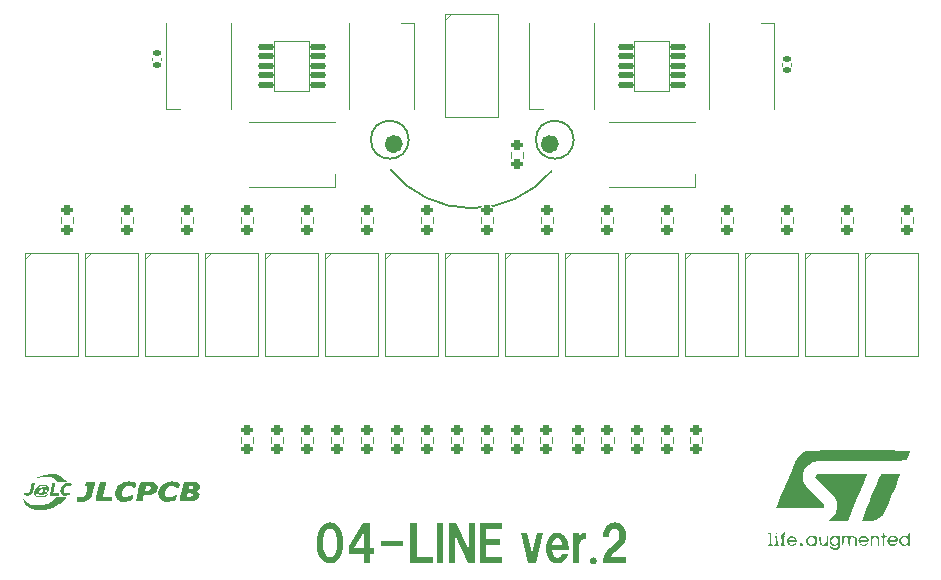
<source format=gbr>
%TF.GenerationSoftware,KiCad,Pcbnew,7.0.9*%
%TF.CreationDate,2024-06-25T21:06:51+09:00*%
%TF.ProjectId,04-line,30342d6c-696e-4652-9e6b-696361645f70,rev?*%
%TF.SameCoordinates,Original*%
%TF.FileFunction,Legend,Top*%
%TF.FilePolarity,Positive*%
%FSLAX46Y46*%
G04 Gerber Fmt 4.6, Leading zero omitted, Abs format (unit mm)*
G04 Created by KiCad (PCBNEW 7.0.9) date 2024-06-25 21:06:51*
%MOMM*%
%LPD*%
G01*
G04 APERTURE LIST*
G04 Aperture macros list*
%AMRoundRect*
0 Rectangle with rounded corners*
0 $1 Rounding radius*
0 $2 $3 $4 $5 $6 $7 $8 $9 X,Y pos of 4 corners*
0 Add a 4 corners polygon primitive as box body*
4,1,4,$2,$3,$4,$5,$6,$7,$8,$9,$2,$3,0*
0 Add four circle primitives for the rounded corners*
1,1,$1+$1,$2,$3*
1,1,$1+$1,$4,$5*
1,1,$1+$1,$6,$7*
1,1,$1+$1,$8,$9*
0 Add four rect primitives between the rounded corners*
20,1,$1+$1,$2,$3,$4,$5,0*
20,1,$1+$1,$4,$5,$6,$7,0*
20,1,$1+$1,$6,$7,$8,$9,0*
20,1,$1+$1,$8,$9,$2,$3,0*%
G04 Aperture macros list end*
%ADD10C,0.793420*%
%ADD11C,0.150000*%
%ADD12C,0.300000*%
%ADD13C,0.100000*%
%ADD14C,0.120000*%
%ADD15C,1.524000*%
%ADD16RoundRect,0.200000X0.275000X-0.200000X0.275000X0.200000X-0.275000X0.200000X-0.275000X-0.200000X0*%
%ADD17RoundRect,0.125000X-0.575000X-0.125000X0.575000X-0.125000X0.575000X0.125000X-0.575000X0.125000X0*%
%ADD18R,0.900000X1.500000*%
%ADD19R,1.500000X0.900000*%
%ADD20RoundRect,0.140000X-0.170000X0.140000X-0.170000X-0.140000X0.170000X-0.140000X0.170000X0.140000X0*%
%ADD21C,3.200000*%
%ADD22RoundRect,0.200000X-0.275000X0.200000X-0.275000X-0.200000X0.275000X-0.200000X0.275000X0.200000X0*%
%ADD23R,1.700000X1.700000*%
%ADD24O,1.700000X1.700000*%
G04 APERTURE END LIST*
D10*
X108600710Y-88000000D02*
G75*
G03*
X108600710Y-88000000I-396710J0D01*
G01*
D11*
X96266001Y-87630000D02*
G75*
G03*
X96266001Y-87630000I-1605122J0D01*
G01*
D10*
X95396710Y-88000000D02*
G75*
G03*
X95396710Y-88000000I-396710J0D01*
G01*
D11*
X110236001Y-87630000D02*
G75*
G03*
X110236001Y-87630000I-1605122J0D01*
G01*
X94742001Y-90169999D02*
G75*
G03*
X108353181Y-90296231I6857999J5587999D01*
G01*
D12*
G36*
X89646594Y-120034260D02*
G01*
X89675917Y-120035515D01*
X89733399Y-120040539D01*
X89789330Y-120048911D01*
X89843709Y-120060631D01*
X89896537Y-120075701D01*
X89947814Y-120094119D01*
X89997539Y-120115887D01*
X90045713Y-120141003D01*
X90092336Y-120169467D01*
X90137407Y-120201281D01*
X90180927Y-120236443D01*
X90222896Y-120274955D01*
X90263313Y-120316815D01*
X90282940Y-120339000D01*
X90302179Y-120362023D01*
X90321031Y-120385884D01*
X90339494Y-120410581D01*
X90357570Y-120436116D01*
X90375258Y-120462487D01*
X90394568Y-120489567D01*
X90413297Y-120517227D01*
X90431445Y-120545467D01*
X90449011Y-120574286D01*
X90465997Y-120603684D01*
X90482402Y-120633662D01*
X90498226Y-120664220D01*
X90513469Y-120695358D01*
X90528130Y-120727075D01*
X90542211Y-120759371D01*
X90555711Y-120792247D01*
X90568629Y-120825703D01*
X90580967Y-120859738D01*
X90592724Y-120894353D01*
X90603899Y-120929548D01*
X90614494Y-120965322D01*
X90624507Y-121001676D01*
X90633939Y-121038609D01*
X90642791Y-121076122D01*
X90651061Y-121114215D01*
X90658751Y-121152887D01*
X90665859Y-121192139D01*
X90672386Y-121231970D01*
X90678333Y-121272381D01*
X90683698Y-121313372D01*
X90688482Y-121354942D01*
X90692685Y-121397092D01*
X90696307Y-121439821D01*
X90699348Y-121483130D01*
X90701808Y-121527019D01*
X90703688Y-121571487D01*
X90704986Y-121616535D01*
X90707729Y-121668802D01*
X90709731Y-121720456D01*
X90710992Y-121771498D01*
X90711511Y-121821928D01*
X90711290Y-121871745D01*
X90710326Y-121920949D01*
X90708622Y-121969541D01*
X90706176Y-122017520D01*
X90702989Y-122064887D01*
X90699061Y-122111642D01*
X90694391Y-122157784D01*
X90688980Y-122203313D01*
X90682828Y-122248230D01*
X90675934Y-122292534D01*
X90668299Y-122336226D01*
X90659923Y-122379305D01*
X90650805Y-122421772D01*
X90640946Y-122463626D01*
X90630346Y-122504868D01*
X90619004Y-122545497D01*
X90606922Y-122585514D01*
X90594097Y-122624918D01*
X90580532Y-122663710D01*
X90566225Y-122701889D01*
X90551177Y-122739456D01*
X90535388Y-122776410D01*
X90518857Y-122812751D01*
X90501585Y-122848480D01*
X90483571Y-122883597D01*
X90464817Y-122918101D01*
X90445321Y-122951993D01*
X90425083Y-122985272D01*
X90405306Y-123016737D01*
X90385175Y-123047204D01*
X90364691Y-123076672D01*
X90343853Y-123105141D01*
X90322662Y-123132612D01*
X90301118Y-123159083D01*
X90279219Y-123184555D01*
X90256968Y-123209029D01*
X90234363Y-123232503D01*
X90211404Y-123254979D01*
X90188092Y-123276455D01*
X90164427Y-123296933D01*
X90140407Y-123316412D01*
X90116035Y-123334892D01*
X90091309Y-123352373D01*
X90066229Y-123368855D01*
X90040796Y-123384338D01*
X90015010Y-123398823D01*
X89988870Y-123412308D01*
X89935530Y-123436282D01*
X89880775Y-123456260D01*
X89824607Y-123472243D01*
X89795993Y-123478736D01*
X89767025Y-123484230D01*
X89737704Y-123488725D01*
X89708029Y-123492221D01*
X89678001Y-123494718D01*
X89647619Y-123496217D01*
X89616884Y-123496716D01*
X89587185Y-123496313D01*
X89557807Y-123495105D01*
X89500013Y-123490270D01*
X89443502Y-123482213D01*
X89388272Y-123470933D01*
X89334325Y-123456430D01*
X89281660Y-123438705D01*
X89230278Y-123417756D01*
X89180177Y-123393585D01*
X89131359Y-123366190D01*
X89083824Y-123335573D01*
X89037570Y-123301733D01*
X88992599Y-123264670D01*
X88970594Y-123244930D01*
X88948910Y-123224384D01*
X88927546Y-123203033D01*
X88906503Y-123180876D01*
X88885781Y-123157913D01*
X88865379Y-123134144D01*
X88845298Y-123109570D01*
X88825537Y-123084190D01*
X88805219Y-123057110D01*
X88785480Y-123029450D01*
X88766321Y-123001211D01*
X88747742Y-122972392D01*
X88729742Y-122942993D01*
X88712322Y-122913015D01*
X88695481Y-122882457D01*
X88679220Y-122851320D01*
X88663539Y-122819603D01*
X88648437Y-122787306D01*
X88633915Y-122754430D01*
X88619972Y-122720974D01*
X88606609Y-122686939D01*
X88593826Y-122652324D01*
X88581622Y-122617129D01*
X88569998Y-122581355D01*
X88558953Y-122545001D01*
X88548488Y-122508068D01*
X88538603Y-122470555D01*
X88529297Y-122432462D01*
X88520571Y-122393790D01*
X88512424Y-122354538D01*
X88504857Y-122314707D01*
X88497870Y-122274296D01*
X88491462Y-122233305D01*
X88485634Y-122191735D01*
X88480385Y-122149585D01*
X88475716Y-122106856D01*
X88471627Y-122063547D01*
X88468117Y-122019659D01*
X88465187Y-121975190D01*
X88462836Y-121930143D01*
X88462182Y-121877860D01*
X88462235Y-121826158D01*
X88462995Y-121775037D01*
X88463088Y-121771847D01*
X89001251Y-121771847D01*
X89001488Y-121804788D01*
X89002079Y-121837407D01*
X89003022Y-121869703D01*
X89004320Y-121901678D01*
X89005971Y-121933330D01*
X89007975Y-121964661D01*
X89010333Y-121995670D01*
X89013044Y-122026356D01*
X89016109Y-122056721D01*
X89019527Y-122086763D01*
X89023298Y-122116484D01*
X89027424Y-122145882D01*
X89031902Y-122174959D01*
X89041920Y-122232146D01*
X89053352Y-122288045D01*
X89066197Y-122342657D01*
X89080457Y-122395980D01*
X89096130Y-122448015D01*
X89113218Y-122498762D01*
X89122292Y-122523653D01*
X89141397Y-122571758D01*
X89161527Y-122617156D01*
X89182682Y-122659846D01*
X89204861Y-122699828D01*
X89228065Y-122737103D01*
X89252294Y-122771670D01*
X89277547Y-122803529D01*
X89303825Y-122832681D01*
X89331128Y-122859125D01*
X89359456Y-122882861D01*
X89388808Y-122903890D01*
X89419184Y-122922211D01*
X89450586Y-122937825D01*
X89483012Y-122950730D01*
X89516463Y-122960928D01*
X89550938Y-122968419D01*
X89587583Y-122973164D01*
X89623329Y-122974945D01*
X89658177Y-122973760D01*
X89692126Y-122969610D01*
X89725176Y-122962494D01*
X89757327Y-122952413D01*
X89788580Y-122939367D01*
X89818934Y-122923356D01*
X89848389Y-122904380D01*
X89876945Y-122882438D01*
X89904603Y-122857531D01*
X89931362Y-122829658D01*
X89957222Y-122798821D01*
X89982183Y-122765018D01*
X90006246Y-122728250D01*
X90029410Y-122688517D01*
X90045510Y-122654771D01*
X90060837Y-122619480D01*
X90075391Y-122582643D01*
X90089173Y-122544261D01*
X90102182Y-122504333D01*
X90114418Y-122462859D01*
X90125881Y-122419840D01*
X90136571Y-122375275D01*
X90146489Y-122329165D01*
X90155634Y-122281509D01*
X90164006Y-122232307D01*
X90171605Y-122181560D01*
X90178431Y-122129267D01*
X90184485Y-122075429D01*
X90189766Y-122020045D01*
X90194274Y-121963115D01*
X90196174Y-121929235D01*
X90197751Y-121895644D01*
X90199007Y-121862344D01*
X90199941Y-121829335D01*
X90200553Y-121796616D01*
X90200843Y-121764188D01*
X90200810Y-121732050D01*
X90200456Y-121700203D01*
X90199780Y-121668646D01*
X90198782Y-121637380D01*
X90197462Y-121606405D01*
X90195819Y-121575719D01*
X90193855Y-121545325D01*
X90191569Y-121515221D01*
X90188961Y-121485407D01*
X90186031Y-121455884D01*
X90182778Y-121426651D01*
X90175308Y-121369058D01*
X90166550Y-121312626D01*
X90156503Y-121257357D01*
X90145169Y-121203249D01*
X90132546Y-121150304D01*
X90118636Y-121098521D01*
X90103438Y-121047899D01*
X90095355Y-121023025D01*
X90076313Y-120970989D01*
X90056372Y-120922045D01*
X90035532Y-120876193D01*
X90013794Y-120833431D01*
X89991156Y-120793761D01*
X89967620Y-120757182D01*
X89943185Y-120723694D01*
X89917852Y-120693297D01*
X89891620Y-120665991D01*
X89864489Y-120641777D01*
X89836459Y-120620654D01*
X89807530Y-120602622D01*
X89777703Y-120587681D01*
X89746977Y-120575831D01*
X89715353Y-120567073D01*
X89682829Y-120561406D01*
X89644298Y-120556554D01*
X89606923Y-120554273D01*
X89570705Y-120554562D01*
X89535642Y-120557421D01*
X89501737Y-120562851D01*
X89468987Y-120570851D01*
X89437394Y-120581421D01*
X89406957Y-120594562D01*
X89377676Y-120610272D01*
X89349552Y-120628553D01*
X89322584Y-120649405D01*
X89296773Y-120672826D01*
X89272118Y-120698818D01*
X89248619Y-120727380D01*
X89226276Y-120758512D01*
X89205090Y-120792215D01*
X89184997Y-120830019D01*
X89165935Y-120869243D01*
X89147903Y-120909887D01*
X89130901Y-120951950D01*
X89114930Y-120995433D01*
X89099989Y-121040335D01*
X89086079Y-121086658D01*
X89073199Y-121134399D01*
X89061349Y-121183561D01*
X89050530Y-121234142D01*
X89040741Y-121286143D01*
X89031983Y-121339563D01*
X89024255Y-121394404D01*
X89017558Y-121450663D01*
X89011890Y-121508343D01*
X89009443Y-121537715D01*
X89007254Y-121567442D01*
X89005369Y-121602315D01*
X89003839Y-121636865D01*
X89002662Y-121671094D01*
X89001838Y-121705000D01*
X89001368Y-121738585D01*
X89001251Y-121771847D01*
X88463088Y-121771847D01*
X88464462Y-121724498D01*
X88466636Y-121674539D01*
X88469517Y-121625161D01*
X88473104Y-121576365D01*
X88477399Y-121528149D01*
X88482401Y-121480515D01*
X88488110Y-121433461D01*
X88494525Y-121386989D01*
X88501648Y-121341098D01*
X88509478Y-121295787D01*
X88518014Y-121251058D01*
X88527258Y-121206909D01*
X88537208Y-121163342D01*
X88547866Y-121120356D01*
X88559230Y-121077951D01*
X88571301Y-121036126D01*
X88584080Y-120994883D01*
X88597565Y-120954221D01*
X88611758Y-120914140D01*
X88626657Y-120874640D01*
X88642263Y-120835721D01*
X88658576Y-120797383D01*
X88675597Y-120759626D01*
X88693324Y-120722450D01*
X88711758Y-120685855D01*
X88730899Y-120649841D01*
X88750747Y-120614408D01*
X88771302Y-120579556D01*
X88792564Y-120545286D01*
X88812357Y-120513820D01*
X88832535Y-120483353D01*
X88853098Y-120453885D01*
X88874046Y-120425416D01*
X88895379Y-120397946D01*
X88917096Y-120371474D01*
X88939199Y-120346002D01*
X88961687Y-120321529D01*
X88984560Y-120298054D01*
X89007817Y-120275579D01*
X89031460Y-120254102D01*
X89055488Y-120233624D01*
X89079900Y-120214145D01*
X89104698Y-120195665D01*
X89129880Y-120178184D01*
X89155448Y-120161702D01*
X89181400Y-120146219D01*
X89207738Y-120131735D01*
X89234460Y-120118249D01*
X89261568Y-120105763D01*
X89289060Y-120094275D01*
X89316937Y-120083787D01*
X89345200Y-120074297D01*
X89373847Y-120065806D01*
X89402879Y-120058315D01*
X89432296Y-120051822D01*
X89462098Y-120046328D01*
X89492285Y-120041832D01*
X89522858Y-120038336D01*
X89553815Y-120035839D01*
X89585157Y-120034341D01*
X89616884Y-120033841D01*
X89646594Y-120034260D01*
G37*
G36*
X92983039Y-122193925D02*
G01*
X93362592Y-122193925D01*
X93362592Y-122721489D01*
X92983039Y-122721489D01*
X92983039Y-123463743D01*
X92455474Y-123463743D01*
X92455474Y-122721489D01*
X91186388Y-122721489D01*
X91186388Y-122177072D01*
X91598182Y-122177072D01*
X92455474Y-122177072D01*
X92455474Y-120825188D01*
X91598182Y-122177072D01*
X91186388Y-122177072D01*
X91186388Y-122012208D01*
X92422501Y-120066814D01*
X92983039Y-120066814D01*
X92983039Y-122193925D01*
G37*
G36*
X93926060Y-121567442D02*
G01*
X95788656Y-121567442D01*
X95788656Y-122029061D01*
X93926060Y-122029061D01*
X93926060Y-121567442D01*
G37*
G36*
X96418070Y-123463743D02*
G01*
X96418070Y-120066814D01*
X96929515Y-120066814D01*
X96929515Y-122919326D01*
X98297519Y-122919326D01*
X98297519Y-123463743D01*
X96418070Y-123463743D01*
G37*
G36*
X98648496Y-123479863D02*
G01*
X98648496Y-120050694D01*
X99192913Y-120050694D01*
X99192913Y-123479863D01*
X98648496Y-123479863D01*
G37*
G36*
X99665523Y-123463743D02*
G01*
X99665523Y-120066814D01*
X100259033Y-120066814D01*
X101331015Y-122374909D01*
X101331015Y-120066814D01*
X101858579Y-120066814D01*
X101858579Y-123463743D01*
X101314162Y-123463743D01*
X100193087Y-121105823D01*
X100193087Y-123463743D01*
X99665523Y-123463743D01*
G37*
G36*
X102320931Y-123463743D02*
G01*
X102320931Y-120066814D01*
X104167407Y-120066814D01*
X104167407Y-120578258D01*
X102848496Y-120578258D01*
X102848496Y-121418698D01*
X104019396Y-121418698D01*
X104019396Y-121946263D01*
X102848496Y-121946263D01*
X102848496Y-122952299D01*
X104200380Y-122952299D01*
X104200380Y-123463743D01*
X102320931Y-123463743D01*
G37*
G36*
X105794797Y-120907986D02*
G01*
X106305509Y-120907986D01*
X106718035Y-122622571D01*
X107113709Y-120907986D01*
X107641273Y-120907986D01*
X107014790Y-123463743D01*
X106404427Y-123463743D01*
X105794797Y-120907986D01*
G37*
G36*
X108861584Y-120892293D02*
G01*
X108905951Y-120895770D01*
X108949671Y-120901566D01*
X108992745Y-120909681D01*
X109035172Y-120920113D01*
X109076952Y-120932865D01*
X109118085Y-120947934D01*
X109158571Y-120965322D01*
X109198410Y-120985029D01*
X109237602Y-121007053D01*
X109276148Y-121031397D01*
X109314047Y-121058058D01*
X109351298Y-121087038D01*
X109387903Y-121118337D01*
X109423861Y-121151953D01*
X109459173Y-121187889D01*
X109480495Y-121211884D01*
X109501141Y-121236426D01*
X109521110Y-121261515D01*
X109540402Y-121287150D01*
X109559018Y-121313333D01*
X109576956Y-121340061D01*
X109594217Y-121367337D01*
X109610802Y-121395159D01*
X109626709Y-121423528D01*
X109641940Y-121452444D01*
X109656493Y-121481906D01*
X109670370Y-121511915D01*
X109683570Y-121542470D01*
X109696093Y-121573573D01*
X109707939Y-121605222D01*
X109719108Y-121637418D01*
X109729600Y-121670160D01*
X109739415Y-121703449D01*
X109748554Y-121737285D01*
X109757015Y-121771667D01*
X109764800Y-121806596D01*
X109771907Y-121842072D01*
X109778338Y-121878095D01*
X109784092Y-121914664D01*
X109789169Y-121951780D01*
X109793569Y-121989442D01*
X109797292Y-122027651D01*
X109800338Y-122066407D01*
X109802707Y-122105710D01*
X109804399Y-122145559D01*
X109805415Y-122185955D01*
X109805753Y-122226898D01*
X109805753Y-122374909D01*
X108420896Y-122374909D01*
X108423166Y-122404475D01*
X108428959Y-122461576D01*
X108436424Y-122515970D01*
X108445560Y-122567656D01*
X108456368Y-122616634D01*
X108468847Y-122662905D01*
X108482998Y-122706468D01*
X108498820Y-122747323D01*
X108516314Y-122785471D01*
X108535480Y-122820911D01*
X108556316Y-122853643D01*
X108578825Y-122883668D01*
X108603005Y-122910985D01*
X108628857Y-122935594D01*
X108656380Y-122957496D01*
X108685574Y-122976690D01*
X108700799Y-122985272D01*
X108737172Y-122999358D01*
X108772102Y-123010843D01*
X108805590Y-123019726D01*
X108837636Y-123026007D01*
X108868238Y-123029686D01*
X108906798Y-123030545D01*
X108942794Y-123026778D01*
X108976224Y-123018386D01*
X109007091Y-123005369D01*
X109014406Y-123001392D01*
X109047188Y-122981975D01*
X109077664Y-122960820D01*
X109105835Y-122937926D01*
X109131700Y-122913293D01*
X109155260Y-122886921D01*
X109176514Y-122858810D01*
X109195463Y-122828961D01*
X109212106Y-122797373D01*
X109226443Y-122764046D01*
X109238475Y-122728980D01*
X109245216Y-122704637D01*
X109755928Y-122704637D01*
X109739071Y-122753368D01*
X109721475Y-122800553D01*
X109703139Y-122846190D01*
X109684063Y-122890280D01*
X109664247Y-122932824D01*
X109643691Y-122973820D01*
X109622396Y-123013269D01*
X109600360Y-123051171D01*
X109577585Y-123087527D01*
X109554069Y-123122335D01*
X109529814Y-123155596D01*
X109504819Y-123187310D01*
X109479084Y-123217477D01*
X109452609Y-123246097D01*
X109425395Y-123273170D01*
X109397440Y-123298696D01*
X109368746Y-123322675D01*
X109339311Y-123345107D01*
X109309137Y-123365992D01*
X109278223Y-123385330D01*
X109246569Y-123403121D01*
X109214175Y-123419365D01*
X109181041Y-123434061D01*
X109147168Y-123447211D01*
X109112554Y-123458814D01*
X109077201Y-123468870D01*
X109041107Y-123477378D01*
X109004274Y-123484340D01*
X108966701Y-123489755D01*
X108928388Y-123493622D01*
X108889335Y-123495943D01*
X108849542Y-123496716D01*
X108802550Y-123495554D01*
X108756463Y-123492068D01*
X108711280Y-123486258D01*
X108667001Y-123478123D01*
X108623627Y-123467665D01*
X108581158Y-123454882D01*
X108539593Y-123439775D01*
X108498932Y-123422344D01*
X108459176Y-123402589D01*
X108420324Y-123380510D01*
X108382376Y-123356107D01*
X108345334Y-123329379D01*
X108309195Y-123300328D01*
X108273961Y-123268952D01*
X108239632Y-123235252D01*
X108206207Y-123199228D01*
X108174136Y-123161169D01*
X108143868Y-123121181D01*
X108115403Y-123079264D01*
X108088741Y-123035418D01*
X108063883Y-122989642D01*
X108040828Y-122941938D01*
X108019576Y-122892304D01*
X108000127Y-122840741D01*
X107982481Y-122787249D01*
X107966639Y-122731828D01*
X107959394Y-122703394D01*
X107952600Y-122674477D01*
X107946256Y-122645079D01*
X107940364Y-122615198D01*
X107934922Y-122584835D01*
X107929931Y-122553989D01*
X107925391Y-122522662D01*
X107921301Y-122490852D01*
X107917663Y-122458559D01*
X107914475Y-122425785D01*
X107911738Y-122392528D01*
X107909452Y-122358789D01*
X107907665Y-122323868D01*
X107906426Y-122289171D01*
X107905736Y-122254699D01*
X107905593Y-122220452D01*
X107905999Y-122186429D01*
X107906953Y-122152632D01*
X107908455Y-122119058D01*
X107910505Y-122085710D01*
X107913103Y-122052586D01*
X107916249Y-122019687D01*
X107919944Y-121987013D01*
X107924186Y-121954563D01*
X107927817Y-121930143D01*
X108420896Y-121930143D01*
X109278189Y-121930143D01*
X109274818Y-121898612D01*
X109270933Y-121867952D01*
X109266534Y-121838162D01*
X109261622Y-121809242D01*
X109250256Y-121754013D01*
X109236835Y-121702264D01*
X109221359Y-121653995D01*
X109203828Y-121609207D01*
X109184242Y-121567900D01*
X109162601Y-121530073D01*
X109138904Y-121495726D01*
X109113153Y-121464860D01*
X109085346Y-121437474D01*
X109055485Y-121413569D01*
X109023568Y-121393144D01*
X108989597Y-121376200D01*
X108953570Y-121362736D01*
X108915488Y-121352752D01*
X108878825Y-121348599D01*
X108843025Y-121348502D01*
X108808088Y-121352463D01*
X108774014Y-121360480D01*
X108740803Y-121372555D01*
X108708455Y-121388688D01*
X108676970Y-121408877D01*
X108646348Y-121433124D01*
X108616588Y-121461427D01*
X108587692Y-121493788D01*
X108568907Y-121517616D01*
X108548059Y-121549256D01*
X108528653Y-121582351D01*
X108510690Y-121616902D01*
X108494169Y-121652908D01*
X108479091Y-121690369D01*
X108465455Y-121729286D01*
X108453262Y-121769659D01*
X108442512Y-121811486D01*
X108436146Y-121840180D01*
X108430422Y-121869521D01*
X108425338Y-121899508D01*
X108420896Y-121930143D01*
X107927817Y-121930143D01*
X107928977Y-121922338D01*
X107934316Y-121890338D01*
X107940203Y-121858562D01*
X107946638Y-121827011D01*
X107953621Y-121795685D01*
X107961152Y-121764583D01*
X107969231Y-121733706D01*
X107977859Y-121703054D01*
X107987034Y-121672626D01*
X107996758Y-121642424D01*
X108007030Y-121612445D01*
X108017850Y-121582692D01*
X108029218Y-121553163D01*
X108041134Y-121523859D01*
X108053598Y-121494779D01*
X108066611Y-121465925D01*
X108080171Y-121437295D01*
X108094280Y-121408889D01*
X108108936Y-121380708D01*
X108124141Y-121352752D01*
X108140789Y-121324352D01*
X108157758Y-121296853D01*
X108175049Y-121270256D01*
X108192663Y-121244561D01*
X108210598Y-121219767D01*
X108228856Y-121195874D01*
X108247435Y-121172883D01*
X108285560Y-121129607D01*
X108324972Y-121089936D01*
X108365673Y-121053872D01*
X108407662Y-121021415D01*
X108450939Y-120992563D01*
X108495504Y-120967319D01*
X108541356Y-120945680D01*
X108588497Y-120927648D01*
X108636926Y-120913223D01*
X108686643Y-120902403D01*
X108737647Y-120895191D01*
X108789940Y-120891584D01*
X108816570Y-120891133D01*
X108861584Y-120892293D01*
G37*
G36*
X110205090Y-120907986D02*
G01*
X110699682Y-120907986D01*
X110699682Y-121237714D01*
X110718401Y-121209507D01*
X110737372Y-121182588D01*
X110756594Y-121156957D01*
X110776069Y-121132613D01*
X110795795Y-121109558D01*
X110815774Y-121087791D01*
X110846213Y-121057555D01*
X110877220Y-121030217D01*
X110908793Y-121005778D01*
X110940933Y-120984236D01*
X110973639Y-120965592D01*
X111006913Y-120949846D01*
X111029410Y-120940959D01*
X111062646Y-120929544D01*
X111096409Y-120920214D01*
X111130698Y-120912967D01*
X111165514Y-120907803D01*
X111200857Y-120904723D01*
X111236726Y-120903727D01*
X111273122Y-120904815D01*
X111310045Y-120907986D01*
X111310045Y-121418698D01*
X111227247Y-121418698D01*
X111184697Y-121420147D01*
X111143604Y-121424494D01*
X111103966Y-121431739D01*
X111065783Y-121441882D01*
X111029056Y-121454923D01*
X110993784Y-121470862D01*
X110959967Y-121489699D01*
X110927606Y-121511434D01*
X110896701Y-121536067D01*
X110867251Y-121563598D01*
X110848426Y-121583562D01*
X110830414Y-121606726D01*
X110813564Y-121630789D01*
X110797876Y-121655750D01*
X110783350Y-121681610D01*
X110769987Y-121708369D01*
X110757785Y-121736027D01*
X110746745Y-121764583D01*
X110736868Y-121794038D01*
X110728152Y-121824392D01*
X110720599Y-121855645D01*
X110714208Y-121887796D01*
X110708978Y-121920846D01*
X110704911Y-121954795D01*
X110702006Y-121989642D01*
X110700263Y-122025389D01*
X110699682Y-122062034D01*
X110699682Y-123463743D01*
X110205090Y-123463743D01*
X110205090Y-120907986D01*
G37*
G36*
X111880108Y-122994797D02*
G01*
X111915664Y-122997212D01*
X111950432Y-123004457D01*
X111984414Y-123016532D01*
X112011033Y-123029670D01*
X112037148Y-123045899D01*
X112062759Y-123065218D01*
X112087866Y-123087630D01*
X112094064Y-123093715D01*
X112117917Y-123120184D01*
X112137728Y-123148298D01*
X112153495Y-123178058D01*
X112165219Y-123209464D01*
X112172901Y-123242515D01*
X112176539Y-123277212D01*
X112176863Y-123291552D01*
X112174841Y-123326908D01*
X112168777Y-123360618D01*
X112158670Y-123392682D01*
X112144520Y-123423100D01*
X112126327Y-123451872D01*
X112104091Y-123478999D01*
X112094064Y-123489389D01*
X112069083Y-123512573D01*
X112043598Y-123532666D01*
X112017609Y-123549667D01*
X111991116Y-123563578D01*
X111957292Y-123576619D01*
X111922680Y-123584830D01*
X111887282Y-123588211D01*
X111880108Y-123588307D01*
X111844341Y-123585892D01*
X111809396Y-123578647D01*
X111775275Y-123566572D01*
X111748571Y-123553435D01*
X111722393Y-123537206D01*
X111696742Y-123517886D01*
X111671617Y-123495475D01*
X111665418Y-123489389D01*
X111641776Y-123462921D01*
X111622141Y-123434806D01*
X111606514Y-123405046D01*
X111594893Y-123373641D01*
X111587280Y-123340589D01*
X111583673Y-123305892D01*
X111583353Y-123291552D01*
X111585356Y-123256197D01*
X111591367Y-123222487D01*
X111601385Y-123190423D01*
X111615409Y-123160005D01*
X111633441Y-123131232D01*
X111655481Y-123104105D01*
X111665418Y-123093715D01*
X111690411Y-123070531D01*
X111715931Y-123050439D01*
X111741977Y-123033437D01*
X111768550Y-123019527D01*
X111802506Y-123006486D01*
X111837286Y-122998275D01*
X111872888Y-122994894D01*
X111880108Y-122994797D01*
G37*
G36*
X112715418Y-121253834D02*
G01*
X112715708Y-121219010D01*
X112716577Y-121184606D01*
X112718026Y-121150620D01*
X112720055Y-121117054D01*
X112722663Y-121083908D01*
X112725851Y-121051180D01*
X112729618Y-121018872D01*
X112733965Y-120986984D01*
X112738892Y-120955514D01*
X112744398Y-120924464D01*
X112750484Y-120893833D01*
X112757149Y-120863622D01*
X112764394Y-120833830D01*
X112772219Y-120804457D01*
X112780623Y-120775503D01*
X112789607Y-120746969D01*
X112799170Y-120718854D01*
X112809313Y-120691159D01*
X112831338Y-120637026D01*
X112855681Y-120584570D01*
X112882343Y-120533791D01*
X112911323Y-120484690D01*
X112942621Y-120437265D01*
X112976238Y-120391519D01*
X113012173Y-120347449D01*
X113049717Y-120309473D01*
X113088160Y-120273947D01*
X113127501Y-120240871D01*
X113167741Y-120210245D01*
X113208879Y-120182070D01*
X113250917Y-120156344D01*
X113293853Y-120133069D01*
X113337688Y-120112243D01*
X113382422Y-120093868D01*
X113428054Y-120077942D01*
X113474585Y-120064467D01*
X113522015Y-120053442D01*
X113570344Y-120044866D01*
X113619571Y-120038741D01*
X113669697Y-120035066D01*
X113720722Y-120033841D01*
X113764552Y-120034582D01*
X113807384Y-120036803D01*
X113849217Y-120040506D01*
X113890051Y-120045691D01*
X113929886Y-120052356D01*
X113968722Y-120060503D01*
X114006559Y-120070130D01*
X114043397Y-120081239D01*
X114079236Y-120093830D01*
X114114077Y-120107901D01*
X114147918Y-120123454D01*
X114180761Y-120140487D01*
X114212604Y-120159002D01*
X114243449Y-120178999D01*
X114273295Y-120200476D01*
X114302142Y-120223435D01*
X114329990Y-120247874D01*
X114356839Y-120273795D01*
X114382689Y-120301198D01*
X114407540Y-120330081D01*
X114431393Y-120360446D01*
X114454246Y-120392291D01*
X114476100Y-120425618D01*
X114496956Y-120460426D01*
X114516813Y-120496716D01*
X114535670Y-120534486D01*
X114553529Y-120573738D01*
X114570389Y-120614471D01*
X114586250Y-120656685D01*
X114601112Y-120700381D01*
X114614975Y-120745557D01*
X114627840Y-120792215D01*
X114640327Y-120842486D01*
X114651044Y-120892273D01*
X114659990Y-120941576D01*
X114667167Y-120990395D01*
X114672573Y-121038731D01*
X114676208Y-121086583D01*
X114678074Y-121133951D01*
X114678169Y-121180836D01*
X114676494Y-121227237D01*
X114673048Y-121273154D01*
X114667833Y-121318588D01*
X114660847Y-121363537D01*
X114652091Y-121408003D01*
X114641564Y-121451986D01*
X114629267Y-121495484D01*
X114615200Y-121538499D01*
X114599363Y-121581030D01*
X114581755Y-121623078D01*
X114562377Y-121664642D01*
X114541229Y-121705722D01*
X114518310Y-121746318D01*
X114493622Y-121786430D01*
X114467162Y-121826059D01*
X114438933Y-121865204D01*
X114408933Y-121903866D01*
X114377164Y-121942044D01*
X114343623Y-121979738D01*
X114308313Y-122016948D01*
X114271232Y-122053675D01*
X114232381Y-122089917D01*
X114191760Y-122125677D01*
X114149368Y-122160952D01*
X113753695Y-122506800D01*
X113717373Y-122539323D01*
X113682597Y-122570948D01*
X113649367Y-122601674D01*
X113617682Y-122631501D01*
X113587543Y-122660430D01*
X113558949Y-122688459D01*
X113531901Y-122715590D01*
X113506399Y-122741823D01*
X113482442Y-122767156D01*
X113460031Y-122791591D01*
X113439165Y-122815127D01*
X113419845Y-122837764D01*
X113393763Y-122870035D01*
X113371159Y-122900284D01*
X113358021Y-122919326D01*
X114693785Y-122919326D01*
X114693785Y-123463743D01*
X112715418Y-123463743D01*
X112714993Y-123416510D01*
X112715825Y-123369697D01*
X112717913Y-123323304D01*
X112721257Y-123277333D01*
X112725858Y-123231782D01*
X112731716Y-123186652D01*
X112738830Y-123141942D01*
X112747200Y-123097654D01*
X112756827Y-123053786D01*
X112767711Y-123010339D01*
X112779851Y-122967313D01*
X112793248Y-122924707D01*
X112807901Y-122882522D01*
X112823811Y-122840758D01*
X112840977Y-122799415D01*
X112859399Y-122758492D01*
X112879079Y-122717990D01*
X112900014Y-122677909D01*
X112922207Y-122638249D01*
X112945655Y-122599009D01*
X112970361Y-122560190D01*
X112996322Y-122521792D01*
X113023541Y-122483815D01*
X113052015Y-122446258D01*
X113081747Y-122409122D01*
X113112735Y-122372407D01*
X113144979Y-122336113D01*
X113178480Y-122300239D01*
X113213237Y-122264786D01*
X113249251Y-122229754D01*
X113286521Y-122195143D01*
X113325048Y-122160952D01*
X113786667Y-121765279D01*
X113810930Y-121743505D01*
X113834260Y-121721507D01*
X113856657Y-121699284D01*
X113878121Y-121676836D01*
X113898652Y-121654164D01*
X113918249Y-121631267D01*
X113936914Y-121608145D01*
X113954645Y-121584798D01*
X113987309Y-121537432D01*
X114016240Y-121489166D01*
X114041439Y-121440002D01*
X114062906Y-121389938D01*
X114080640Y-121338977D01*
X114094642Y-121287116D01*
X114104912Y-121234357D01*
X114111449Y-121180699D01*
X114114254Y-121126142D01*
X114113327Y-121070686D01*
X114108667Y-121014332D01*
X114100275Y-120957079D01*
X114091580Y-120926791D01*
X114081980Y-120897659D01*
X114071475Y-120869684D01*
X114054023Y-120829889D01*
X114034536Y-120792696D01*
X114013013Y-120758105D01*
X113989456Y-120726115D01*
X113963863Y-120696727D01*
X113936236Y-120669941D01*
X113906573Y-120645757D01*
X113874875Y-120624174D01*
X113852613Y-120611231D01*
X113821411Y-120594564D01*
X113789630Y-120581659D01*
X113757269Y-120572514D01*
X113724328Y-120567130D01*
X113690808Y-120565507D01*
X113656708Y-120567645D01*
X113622029Y-120573544D01*
X113586770Y-120583204D01*
X113550931Y-120596625D01*
X113514513Y-120613807D01*
X113489912Y-120627351D01*
X113459882Y-120647229D01*
X113431523Y-120669678D01*
X113404836Y-120694696D01*
X113379820Y-120722285D01*
X113356476Y-120752445D01*
X113334803Y-120785174D01*
X113314802Y-120820474D01*
X113296472Y-120858344D01*
X113279814Y-120898784D01*
X113264827Y-120941795D01*
X113251512Y-120987376D01*
X113239869Y-121035527D01*
X113229897Y-121086248D01*
X113221596Y-121139540D01*
X113214967Y-121195402D01*
X113210010Y-121253834D01*
X112715418Y-121253834D01*
G37*
D13*
%TO.C,U18*%
X134910000Y-97750000D02*
X135410000Y-97250000D01*
X134910000Y-105950000D02*
X139410000Y-105950000D01*
X139410000Y-105950000D02*
X139410000Y-97250000D01*
X139410000Y-97250000D02*
X134910000Y-97250000D01*
X134910000Y-97250000D02*
X134910000Y-105950000D01*
D14*
%TO.C,R7*%
X66787500Y-94662258D02*
X66787500Y-94187742D01*
X67832500Y-94662258D02*
X67832500Y-94187742D01*
D13*
%TO.C,U26*%
X84860000Y-79270000D02*
X87860000Y-79270000D01*
X87860000Y-79270000D02*
X87860000Y-83470000D01*
X87860000Y-83470000D02*
X84860000Y-83470000D01*
X84860000Y-83470000D02*
X84860000Y-79270000D01*
%TO.C,U12*%
X104430000Y-97750000D02*
X104930000Y-97250000D01*
X104430000Y-105950000D02*
X108930000Y-105950000D01*
X108930000Y-105950000D02*
X108930000Y-97250000D01*
X108930000Y-97250000D02*
X104430000Y-97250000D01*
X104430000Y-97250000D02*
X104430000Y-105950000D01*
D14*
%TO.C,D8*%
X81235000Y-77720000D02*
X81235000Y-85020000D01*
X75735000Y-77720000D02*
X75735000Y-85020000D01*
X75735000Y-85020000D02*
X76885000Y-85020000D01*
D13*
%TO.C,U13*%
X109510000Y-97750000D02*
X110010000Y-97250000D01*
X109510000Y-105950000D02*
X114010000Y-105950000D01*
X114010000Y-105950000D02*
X114010000Y-97250000D01*
X114010000Y-97250000D02*
X109510000Y-97250000D01*
X109510000Y-97250000D02*
X109510000Y-105950000D01*
%TO.C,U9*%
X99350000Y-97750000D02*
X99850000Y-97250000D01*
X99350000Y-105950000D02*
X103850000Y-105950000D01*
X103850000Y-105950000D02*
X103850000Y-97250000D01*
X103850000Y-97250000D02*
X99350000Y-97250000D01*
X99350000Y-97250000D02*
X99350000Y-105950000D01*
%TO.C,G\u002A\u002A\u002A*%
G36*
X127457892Y-120904953D02*
G01*
X127462530Y-120932223D01*
X127421317Y-121010697D01*
X127397201Y-121023684D01*
X127344747Y-120999427D01*
X127331872Y-120932223D01*
X127355953Y-120849330D01*
X127397201Y-120840762D01*
X127457892Y-120904953D01*
G37*
G36*
X129562493Y-121751190D02*
G01*
X129646476Y-121821892D01*
X129672834Y-121922429D01*
X129666379Y-121947306D01*
X129594425Y-122012904D01*
X129484657Y-122029052D01*
X129404986Y-121994911D01*
X129369555Y-121897892D01*
X129401162Y-121792885D01*
X129457818Y-121745976D01*
X129562493Y-121751190D01*
G37*
G36*
X127468605Y-121180106D02*
G01*
X127484224Y-121265703D01*
X127488523Y-121427366D01*
X127488662Y-121497893D01*
X127494832Y-121705792D01*
X127515878Y-121828866D01*
X127555603Y-121886229D01*
X127567057Y-121891863D01*
X127642744Y-121942890D01*
X127626511Y-121990961D01*
X127530500Y-122023264D01*
X127436399Y-122029754D01*
X127291037Y-122016808D01*
X127231139Y-121973896D01*
X127227345Y-121951358D01*
X127269180Y-121882069D01*
X127305740Y-121872963D01*
X127353017Y-121847157D01*
X127377357Y-121756603D01*
X127384135Y-121585515D01*
X127377735Y-121414399D01*
X127354417Y-121325807D01*
X127308006Y-121298286D01*
X127301385Y-121298066D01*
X127239999Y-121273559D01*
X127249628Y-121220252D01*
X127315090Y-121168473D01*
X127375163Y-121150707D01*
X127434605Y-121148974D01*
X127468605Y-121180106D01*
G37*
G36*
X131747630Y-121190311D02*
G01*
X131765724Y-121324763D01*
X131773987Y-121525655D01*
X131774259Y-121574292D01*
X131774259Y-122007307D01*
X131495317Y-122018979D01*
X131308237Y-122016324D01*
X131191340Y-121983966D01*
X131129473Y-121934627D01*
X131088330Y-121844961D01*
X131058705Y-121698641D01*
X131041908Y-121525647D01*
X131039247Y-121355959D01*
X131052032Y-121219557D01*
X131081572Y-121146421D01*
X131094835Y-121141276D01*
X131123708Y-121188478D01*
X131142689Y-121310016D01*
X131147098Y-121422935D01*
X131171005Y-121658917D01*
X131238278Y-121822864D01*
X131342243Y-121904372D01*
X131453851Y-121901262D01*
X131576126Y-121808686D01*
X131648078Y-121624706D01*
X131669732Y-121373059D01*
X131680256Y-121233985D01*
X131706841Y-121151273D01*
X131721995Y-121141276D01*
X131747630Y-121190311D01*
G37*
G36*
X135853207Y-121162661D02*
G01*
X135993246Y-121224032D01*
X136074242Y-121350894D01*
X136108577Y-121557395D01*
X136112119Y-121690042D01*
X136103235Y-121896925D01*
X136080893Y-122004384D01*
X136051553Y-122011346D01*
X136021678Y-121916740D01*
X135997730Y-121719491D01*
X135996965Y-121709150D01*
X135970885Y-121499645D01*
X135925358Y-121371680D01*
X135876168Y-121317175D01*
X135769919Y-121255712D01*
X135686119Y-121268016D01*
X135589485Y-121350330D01*
X135521892Y-121451045D01*
X135490345Y-121598210D01*
X135484958Y-121742305D01*
X135476367Y-121899722D01*
X135454204Y-122004130D01*
X135432695Y-122029754D01*
X135407059Y-121980720D01*
X135388964Y-121846277D01*
X135380703Y-121645408D01*
X135380432Y-121596880D01*
X135380432Y-121164007D01*
X135641744Y-121152637D01*
X135853207Y-121162661D01*
G37*
G36*
X126896175Y-120883468D02*
G01*
X126934400Y-120907121D01*
X126955285Y-120970610D01*
X126964073Y-121093623D01*
X126966003Y-121295851D01*
X126966028Y-121370870D01*
X126969268Y-121610040D01*
X126980959Y-121763748D01*
X127004063Y-121850914D01*
X127041538Y-121890460D01*
X127047736Y-121893134D01*
X127106921Y-121939799D01*
X127079750Y-121987344D01*
X126983285Y-122021483D01*
X126884549Y-122029754D01*
X126750483Y-122012145D01*
X126704865Y-121956268D01*
X126704712Y-121951358D01*
X126746547Y-121882069D01*
X126783107Y-121872963D01*
X126822300Y-121853997D01*
X126846288Y-121784959D01*
X126858283Y-121647638D01*
X126861502Y-121428725D01*
X126858155Y-121206629D01*
X126845971Y-121070698D01*
X126821738Y-121002723D01*
X126783107Y-120984486D01*
X126713556Y-120956265D01*
X126704712Y-120932223D01*
X126749437Y-120892935D01*
X126835370Y-120879959D01*
X126896175Y-120883468D01*
G37*
G36*
X136517250Y-120924685D02*
G01*
X136530226Y-121010618D01*
X136554724Y-121113075D01*
X136634753Y-121141276D01*
X136719879Y-121173955D01*
X136739279Y-121219671D01*
X136695708Y-121283516D01*
X136634753Y-121298066D01*
X136579821Y-121307936D01*
X136548351Y-121352447D01*
X136533958Y-121453948D01*
X136530255Y-121634789D01*
X136530226Y-121663910D01*
X136523320Y-121851579D01*
X136504812Y-121981256D01*
X136478013Y-122029753D01*
X136477963Y-122029754D01*
X136451038Y-121981489D01*
X136432473Y-121852462D01*
X136425699Y-121670005D01*
X136422369Y-121477742D01*
X136407748Y-121365337D01*
X136374890Y-121308213D01*
X136316848Y-121281793D01*
X136315914Y-121281548D01*
X136245395Y-121233004D01*
X136257115Y-121173348D01*
X136341519Y-121141464D01*
X136350389Y-121141276D01*
X136410122Y-121095748D01*
X136425699Y-121010618D01*
X136443590Y-120912399D01*
X136477963Y-120879959D01*
X136517250Y-120924685D01*
G37*
G36*
X128131306Y-120874537D02*
G01*
X128151547Y-120939756D01*
X128086882Y-121013705D01*
X128023938Y-121083865D01*
X128050493Y-121122783D01*
X128104111Y-121180229D01*
X128111947Y-121255656D01*
X128070170Y-121297678D01*
X128063559Y-121298066D01*
X128034938Y-121345321D01*
X128015955Y-121467217D01*
X128011296Y-121585515D01*
X128019888Y-121742932D01*
X128042051Y-121847340D01*
X128063559Y-121872963D01*
X128109926Y-121915295D01*
X128115823Y-121951358D01*
X128076156Y-122009341D01*
X127949561Y-122029612D01*
X127932901Y-122029754D01*
X127797609Y-122012754D01*
X127750310Y-121958498D01*
X127749979Y-121951358D01*
X127778200Y-121881808D01*
X127802242Y-121872963D01*
X127830864Y-121825709D01*
X127849847Y-121703813D01*
X127854506Y-121585515D01*
X127845914Y-121428098D01*
X127823751Y-121323690D01*
X127802242Y-121298066D01*
X127753884Y-121263001D01*
X127770979Y-121177221D01*
X127815308Y-121109193D01*
X127947576Y-120954229D01*
X128035157Y-120872767D01*
X128093859Y-120853067D01*
X128131306Y-120874537D01*
G37*
G36*
X134315312Y-115925020D02*
G01*
X134593675Y-115928845D01*
X134799551Y-115935314D01*
X134940945Y-115944625D01*
X135025862Y-115956978D01*
X135062310Y-115972572D01*
X135065113Y-115979675D01*
X135045292Y-116040963D01*
X134989466Y-116188035D01*
X134901924Y-116410229D01*
X134786953Y-116696879D01*
X134648837Y-117037321D01*
X134491866Y-117420891D01*
X134320324Y-117836923D01*
X134261323Y-117979342D01*
X133459270Y-119913087D01*
X132580986Y-119927460D01*
X131702703Y-119941833D01*
X131916017Y-119787309D01*
X132217242Y-119513799D01*
X132422819Y-119198431D01*
X132533441Y-118839892D01*
X132554768Y-118580371D01*
X132548096Y-118403967D01*
X132520883Y-118245635D01*
X132464602Y-118092527D01*
X132370727Y-117931790D01*
X132230729Y-117750576D01*
X132036082Y-117536034D01*
X131778259Y-117275314D01*
X131525739Y-117029630D01*
X130702860Y-116236707D01*
X130783245Y-116088889D01*
X130863631Y-115941070D01*
X132965241Y-115927412D01*
X133509101Y-115924502D01*
X133956456Y-115923639D01*
X134315312Y-115925020D01*
G37*
G36*
X128757961Y-121162564D02*
G01*
X128964401Y-121249543D01*
X129098474Y-121411165D01*
X129137329Y-121520186D01*
X129172422Y-121663910D01*
X128800912Y-121663910D01*
X128583242Y-121671744D01*
X128464922Y-121697490D01*
X128441792Y-121744515D01*
X128509690Y-121816187D01*
X128564982Y-121854862D01*
X128661056Y-121908864D01*
X128740181Y-121911762D01*
X128851242Y-121862437D01*
X128878875Y-121847669D01*
X129016843Y-121787062D01*
X129083290Y-121786312D01*
X129070296Y-121840611D01*
X128997901Y-121919972D01*
X128826873Y-122014475D01*
X128633301Y-122022437D01*
X128451651Y-121944925D01*
X128400896Y-121901471D01*
X128290104Y-121729417D01*
X128280132Y-121544057D01*
X128320324Y-121460923D01*
X128442895Y-121460923D01*
X128532957Y-121494966D01*
X128715211Y-121507120D01*
X128880044Y-121502063D01*
X128960248Y-121482865D01*
X128975408Y-121443483D01*
X128970763Y-121428274D01*
X128890249Y-121347795D01*
X128752582Y-121311038D01*
X128599035Y-121326536D01*
X128556207Y-121342576D01*
X128449405Y-121408843D01*
X128442895Y-121460923D01*
X128320324Y-121460923D01*
X128370381Y-121357384D01*
X128431497Y-121287932D01*
X128549953Y-121186073D01*
X128652418Y-121151864D01*
X128757961Y-121162564D01*
G37*
G36*
X130784991Y-121185833D02*
G01*
X130817630Y-121318197D01*
X130832868Y-121524870D01*
X130833518Y-121585515D01*
X130822987Y-121812233D01*
X130793679Y-121962693D01*
X130749024Y-122028259D01*
X130692451Y-122000297D01*
X130677418Y-121978606D01*
X130629353Y-121943849D01*
X130601781Y-121971910D01*
X130530678Y-122009293D01*
X130399725Y-122028898D01*
X130364709Y-122029754D01*
X130204808Y-122009046D01*
X130083489Y-121929508D01*
X130028082Y-121868953D01*
X129916667Y-121684209D01*
X129910712Y-121564199D01*
X130050967Y-121564199D01*
X130087685Y-121716543D01*
X130181081Y-121846332D01*
X130312516Y-121919386D01*
X130363148Y-121925227D01*
X130476922Y-121889756D01*
X130572201Y-121820700D01*
X130668594Y-121665390D01*
X130667141Y-121506735D01*
X130571598Y-121365950D01*
X130480740Y-121304052D01*
X130332569Y-121278954D01*
X130181418Y-121333646D01*
X130089565Y-121423483D01*
X130050967Y-121564199D01*
X129910712Y-121564199D01*
X129908071Y-121510964D01*
X130002557Y-121340498D01*
X130045547Y-121294046D01*
X130219815Y-121175573D01*
X130406484Y-121140818D01*
X130570822Y-121191581D01*
X130655898Y-121208530D01*
X130682571Y-121184085D01*
X130738716Y-121137791D01*
X130784991Y-121185833D01*
G37*
G36*
X134942249Y-121182455D02*
G01*
X135095391Y-121287751D01*
X135198220Y-121429803D01*
X135223642Y-121540378D01*
X135217427Y-121604667D01*
X135183717Y-121641620D01*
X135099915Y-121658781D01*
X134943420Y-121663688D01*
X134853443Y-121663910D01*
X134637636Y-121673178D01*
X134523054Y-121702265D01*
X134507937Y-121753093D01*
X134590524Y-121827586D01*
X134663303Y-121871721D01*
X134761482Y-121916310D01*
X134841674Y-121907121D01*
X134950802Y-121837452D01*
X134962229Y-121829035D01*
X135095809Y-121747893D01*
X135177977Y-121729763D01*
X135195495Y-121769076D01*
X135135126Y-121860266D01*
X135106940Y-121889890D01*
X134927334Y-122005812D01*
X134729390Y-122030583D01*
X134540416Y-121963712D01*
X134463447Y-121901471D01*
X134356728Y-121732678D01*
X134334672Y-121548022D01*
X134360626Y-121461256D01*
X134491954Y-121461256D01*
X134539217Y-121486375D01*
X134661133Y-121503033D01*
X134779403Y-121507120D01*
X134936832Y-121499579D01*
X135041241Y-121480126D01*
X135066851Y-121461256D01*
X135021363Y-121378561D01*
X134911311Y-121311717D01*
X134779403Y-121285000D01*
X134644539Y-121312893D01*
X134535525Y-121380373D01*
X134491954Y-121461256D01*
X134360626Y-121461256D01*
X134387100Y-121372750D01*
X134503834Y-121232114D01*
X134674695Y-121151362D01*
X134769900Y-121141276D01*
X134942249Y-121182455D01*
G37*
G36*
X138682779Y-120896833D02*
G01*
X138706089Y-120958730D01*
X138719252Y-121082559D01*
X138724699Y-121285231D01*
X138725288Y-121425640D01*
X138719641Y-121699082D01*
X138703387Y-121892307D01*
X138677557Y-121995009D01*
X138667181Y-122007233D01*
X138592893Y-122006261D01*
X138574341Y-121986945D01*
X138507047Y-121959775D01*
X138462591Y-121979449D01*
X138286688Y-122034002D01*
X138099830Y-122000815D01*
X137935577Y-121886719D01*
X137919851Y-121868953D01*
X137808437Y-121684209D01*
X137806125Y-121637616D01*
X137945025Y-121637616D01*
X138014205Y-121785313D01*
X138045864Y-121820700D01*
X138159638Y-121899003D01*
X138254917Y-121925227D01*
X138368691Y-121889756D01*
X138463971Y-121820700D01*
X138555918Y-121668297D01*
X138548587Y-121509265D01*
X138443518Y-121364570D01*
X138429627Y-121353207D01*
X138277280Y-121282171D01*
X138136055Y-121295306D01*
X138022542Y-121372400D01*
X137953335Y-121493241D01*
X137945025Y-121637616D01*
X137806125Y-121637616D01*
X137799840Y-121510964D01*
X137894327Y-121340498D01*
X137937317Y-121294046D01*
X138121362Y-121169570D01*
X138317831Y-121145603D01*
X138467407Y-121195378D01*
X138534521Y-121220136D01*
X138562801Y-121181994D01*
X138568498Y-121064720D01*
X138585150Y-120928702D01*
X138638470Y-120880424D01*
X138646893Y-120879959D01*
X138682779Y-120896833D01*
G37*
G36*
X137429414Y-121184753D02*
G01*
X137575014Y-121295566D01*
X137665364Y-121444287D01*
X137680020Y-121530876D01*
X137674953Y-121600234D01*
X137644596Y-121639998D01*
X137566218Y-121658393D01*
X137417090Y-121663644D01*
X137312338Y-121663910D01*
X137122019Y-121665823D01*
X137017182Y-121675648D01*
X136978796Y-121699511D01*
X136987832Y-121743541D01*
X136998702Y-121764897D01*
X137107961Y-121879760D01*
X137253277Y-121901775D01*
X137418763Y-121828802D01*
X137427273Y-121822628D01*
X137558439Y-121744036D01*
X137636993Y-121730107D01*
X137649558Y-121774226D01*
X137582755Y-121869780D01*
X137563318Y-121889890D01*
X137399690Y-121995103D01*
X137211979Y-122030155D01*
X137039059Y-121990051D01*
X136996067Y-121962762D01*
X136872565Y-121817507D01*
X136799788Y-121634420D01*
X136791543Y-121558799D01*
X136820079Y-121472530D01*
X136981140Y-121472530D01*
X137035441Y-121497631D01*
X137166376Y-121506585D01*
X137237422Y-121507120D01*
X137394329Y-121498680D01*
X137498140Y-121476921D01*
X137523230Y-121456061D01*
X137483863Y-121392986D01*
X137399626Y-121324014D01*
X137255513Y-121278379D01*
X137108790Y-121303661D01*
X137001182Y-121389769D01*
X136983233Y-121424721D01*
X136981140Y-121472530D01*
X136820079Y-121472530D01*
X136836657Y-121422414D01*
X136950385Y-121288125D01*
X137100302Y-121184813D01*
X137253987Y-121141361D01*
X137260268Y-121141276D01*
X137429414Y-121184753D01*
G37*
G36*
X137380165Y-115913793D02*
G01*
X137599871Y-115921842D01*
X137770714Y-115935703D01*
X137871317Y-115955507D01*
X137889074Y-115970180D01*
X137869781Y-116030139D01*
X137815021Y-116174883D01*
X137729473Y-116392686D01*
X137617816Y-116671824D01*
X137484730Y-117000570D01*
X137334892Y-117367200D01*
X137226905Y-117629542D01*
X137045278Y-118068507D01*
X136897395Y-118422095D01*
X136777568Y-118701729D01*
X136680109Y-118918836D01*
X136599330Y-119084840D01*
X136529541Y-119211167D01*
X136465054Y-119309243D01*
X136400181Y-119390492D01*
X136329234Y-119466340D01*
X136295701Y-119499883D01*
X136060228Y-119699990D01*
X135814424Y-119833148D01*
X135531068Y-119909251D01*
X135182935Y-119938192D01*
X135086757Y-119939219D01*
X134885284Y-119934791D01*
X134727611Y-119923010D01*
X134639911Y-119906126D01*
X134630905Y-119900021D01*
X134645910Y-119846842D01*
X134696156Y-119709757D01*
X134776527Y-119501279D01*
X134881910Y-119233924D01*
X135007188Y-118920207D01*
X135147249Y-118572644D01*
X135296977Y-118203751D01*
X135451258Y-117826041D01*
X135604977Y-117452031D01*
X135753019Y-117094235D01*
X135890270Y-116765169D01*
X136011615Y-116477349D01*
X136111940Y-116243288D01*
X136186130Y-116075504D01*
X136229070Y-115986510D01*
X136232796Y-115980268D01*
X136296807Y-115956177D01*
X136440205Y-115937117D01*
X136641615Y-115923218D01*
X136879661Y-115914612D01*
X137132970Y-115911426D01*
X137380165Y-115913793D01*
G37*
G36*
X133945937Y-121157942D02*
G01*
X134086826Y-121241002D01*
X134124628Y-121281920D01*
X134193121Y-121396633D01*
X134221193Y-121535133D01*
X134219882Y-121708964D01*
X134196421Y-121908207D01*
X134159563Y-122011540D01*
X134119833Y-122017859D01*
X134087762Y-121926062D01*
X134073876Y-121735046D01*
X134073847Y-121724262D01*
X134059403Y-121496044D01*
X134014487Y-121357040D01*
X133991719Y-121327931D01*
X133913747Y-121260261D01*
X133847062Y-121256671D01*
X133756831Y-121299905D01*
X133700214Y-121347989D01*
X133669225Y-121433258D01*
X133656983Y-121582399D01*
X133655740Y-121691880D01*
X133650457Y-121881842D01*
X133631589Y-121987187D01*
X133594607Y-122027432D01*
X133577345Y-122029754D01*
X133533269Y-122006984D01*
X133508827Y-121925664D01*
X133499489Y-121766278D01*
X133498950Y-121691880D01*
X133493629Y-121499803D01*
X133473079Y-121385232D01*
X133430417Y-121321483D01*
X133397859Y-121299905D01*
X133296984Y-121253575D01*
X133232013Y-121265693D01*
X133162971Y-121327931D01*
X133106434Y-121441437D01*
X133082156Y-121641993D01*
X133080843Y-121719906D01*
X133072824Y-121885409D01*
X133051921Y-121997451D01*
X133028580Y-122029754D01*
X133002948Y-121980718D01*
X132984854Y-121846259D01*
X132976589Y-121645346D01*
X132976316Y-121596620D01*
X132976316Y-121163487D01*
X133193383Y-121154831D01*
X133357332Y-121162183D01*
X133491020Y-121191275D01*
X133512574Y-121200831D01*
X133620953Y-121227345D01*
X133671804Y-121198381D01*
X133794808Y-121141375D01*
X133945937Y-121157942D01*
G37*
G36*
X132762522Y-121190599D02*
G01*
X132795314Y-121301136D01*
X132815906Y-121456926D01*
X132822240Y-121638270D01*
X132812255Y-121825468D01*
X132783891Y-121998820D01*
X132761766Y-122075321D01*
X132656910Y-122241305D01*
X132500073Y-122332602D01*
X132316811Y-122344627D01*
X132132680Y-122272792D01*
X132047751Y-122203470D01*
X131970113Y-122096546D01*
X131975196Y-122037072D01*
X132045573Y-122042574D01*
X132141395Y-122109318D01*
X132282231Y-122183605D01*
X132438450Y-122191364D01*
X132567627Y-122133028D01*
X132593331Y-122104692D01*
X132655289Y-121997079D01*
X132644312Y-121951063D01*
X132562501Y-121975194D01*
X132561645Y-121975651D01*
X132373277Y-122029925D01*
X132199870Y-122000856D01*
X132055173Y-121907696D01*
X131952939Y-121769699D01*
X131914984Y-121634787D01*
X132044631Y-121634787D01*
X132109819Y-121780494D01*
X132204296Y-121860933D01*
X132352791Y-121914449D01*
X132462947Y-121896358D01*
X132561375Y-121817534D01*
X132644955Y-121671118D01*
X132634274Y-121511964D01*
X132532678Y-121364736D01*
X132495872Y-121334462D01*
X132393267Y-121267217D01*
X132318572Y-121263122D01*
X132218689Y-121319267D01*
X132218680Y-121319272D01*
X132112039Y-121406349D01*
X132053262Y-121484150D01*
X132044631Y-121634787D01*
X131914984Y-121634787D01*
X131906918Y-121606115D01*
X131930861Y-121436196D01*
X132038519Y-121279195D01*
X132054169Y-121265162D01*
X132227816Y-121167799D01*
X132413944Y-121145288D01*
X132556830Y-121191581D01*
X132641906Y-121208530D01*
X132668579Y-121184085D01*
X132719590Y-121145015D01*
X132762522Y-121190599D01*
G37*
G36*
X135055998Y-113931339D02*
G01*
X135684114Y-113932360D01*
X136273956Y-113934221D01*
X136817726Y-113936853D01*
X137307624Y-113940191D01*
X137735853Y-113944167D01*
X138094613Y-113948714D01*
X138376104Y-113953765D01*
X138572528Y-113959253D01*
X138676087Y-113965111D01*
X138690587Y-113968128D01*
X138684004Y-114032802D01*
X138645082Y-114162928D01*
X138585239Y-114329035D01*
X138515895Y-114501648D01*
X138448469Y-114651294D01*
X138394380Y-114748501D01*
X138382697Y-114762797D01*
X138319655Y-114773659D01*
X138154765Y-114783764D01*
X137890702Y-114793066D01*
X137530141Y-114801520D01*
X137075759Y-114809082D01*
X136530230Y-114815705D01*
X135896231Y-114821344D01*
X135176437Y-114825955D01*
X134464522Y-114829161D01*
X133736973Y-114831901D01*
X133106545Y-114834488D01*
X132565832Y-114837154D01*
X132107431Y-114840134D01*
X131723936Y-114843662D01*
X131407942Y-114847971D01*
X131152043Y-114853296D01*
X130948836Y-114859870D01*
X130790915Y-114867928D01*
X130670875Y-114877703D01*
X130581310Y-114889429D01*
X130514817Y-114903340D01*
X130463990Y-114919670D01*
X130421423Y-114938653D01*
X130384331Y-114958053D01*
X130137524Y-115134331D01*
X129915732Y-115371987D01*
X129756103Y-115630659D01*
X129747656Y-115649821D01*
X129684217Y-115890438D01*
X129665438Y-116180621D01*
X129691126Y-116475521D01*
X129752234Y-116708238D01*
X129800433Y-116808810D01*
X129876238Y-116921723D01*
X129989823Y-117058395D01*
X130151361Y-117230245D01*
X130371025Y-117448695D01*
X130653499Y-117719949D01*
X130942928Y-117997994D01*
X131161053Y-118216345D01*
X131314715Y-118384730D01*
X131410753Y-118512878D01*
X131456005Y-118610518D01*
X131457312Y-118687380D01*
X131421512Y-118753191D01*
X131397963Y-118778972D01*
X131351322Y-118796291D01*
X131244672Y-118810460D01*
X131071023Y-118821694D01*
X130823386Y-118830207D01*
X130494772Y-118836214D01*
X130078191Y-118839929D01*
X129566654Y-118841566D01*
X129353595Y-118841688D01*
X128845965Y-118841448D01*
X128433270Y-118840431D01*
X128105919Y-118838187D01*
X127854319Y-118834268D01*
X127668880Y-118828224D01*
X127540010Y-118819608D01*
X127458119Y-118807971D01*
X127413613Y-118792863D01*
X127396902Y-118773837D01*
X127398395Y-118750443D01*
X127398458Y-118750227D01*
X127433999Y-118650102D01*
X127504813Y-118469314D01*
X127605503Y-118220565D01*
X127730673Y-117916554D01*
X127874929Y-117569982D01*
X128032873Y-117193551D01*
X128199109Y-116799961D01*
X128368243Y-116401913D01*
X128534878Y-116012108D01*
X128693617Y-115643246D01*
X128839066Y-115308029D01*
X128965828Y-115019156D01*
X129068507Y-114789330D01*
X129141708Y-114631250D01*
X129179109Y-114558977D01*
X129358604Y-114355232D01*
X129603637Y-114167732D01*
X129875917Y-114024785D01*
X129929257Y-114004395D01*
X129983593Y-113991175D01*
X130071871Y-113979594D01*
X130200376Y-113969550D01*
X130375392Y-113960940D01*
X130603203Y-113953662D01*
X130890095Y-113947612D01*
X131242352Y-113942687D01*
X131666257Y-113938785D01*
X132168097Y-113935803D01*
X132754154Y-113933637D01*
X133430715Y-113932184D01*
X134204063Y-113931343D01*
X134397409Y-113931224D01*
X135055998Y-113931339D01*
G37*
%TO.C,U10*%
X99350000Y-77520000D02*
X99850000Y-77020000D01*
X99350000Y-85720000D02*
X103850000Y-85720000D01*
X103850000Y-85720000D02*
X103850000Y-77020000D01*
X103850000Y-77020000D02*
X99350000Y-77020000D01*
X99350000Y-77020000D02*
X99350000Y-85720000D01*
D14*
%TO.C,R22*%
X122667500Y-94662258D02*
X122667500Y-94187742D01*
X123712500Y-94662258D02*
X123712500Y-94187742D01*
%TO.C,D1*%
X113190000Y-86150000D02*
X120490000Y-86150000D01*
X113190000Y-91650000D02*
X120490000Y-91650000D01*
X120490000Y-91650000D02*
X120490000Y-90500000D01*
%TO.C,R19*%
X107427500Y-94662258D02*
X107427500Y-94187742D01*
X108472500Y-94662258D02*
X108472500Y-94187742D01*
%TO.C,C3*%
X128630000Y-81172164D02*
X128630000Y-81387836D01*
X127910000Y-81172164D02*
X127910000Y-81387836D01*
%TO.C,R30*%
X110057500Y-113267258D02*
X110057500Y-112792742D01*
X111102500Y-113267258D02*
X111102500Y-112792742D01*
%TO.C,R4*%
X82027500Y-94662258D02*
X82027500Y-94187742D01*
X83072500Y-94662258D02*
X83072500Y-94187742D01*
%TO.C,D4*%
X111970000Y-77720000D02*
X111970000Y-85020000D01*
X106470000Y-77720000D02*
X106470000Y-85020000D01*
X106470000Y-85020000D02*
X107620000Y-85020000D01*
%TO.C,R12*%
X92187500Y-113267258D02*
X92187500Y-112792742D01*
X93232500Y-113267258D02*
X93232500Y-112792742D01*
D13*
%TO.C,U17*%
X129830000Y-97750000D02*
X130330000Y-97250000D01*
X129830000Y-105950000D02*
X134330000Y-105950000D01*
X134330000Y-105950000D02*
X134330000Y-97250000D01*
X134330000Y-97250000D02*
X129830000Y-97250000D01*
X129830000Y-97250000D02*
X129830000Y-105950000D01*
D14*
%TO.C,R15*%
X84567500Y-113267258D02*
X84567500Y-112792742D01*
X85612500Y-113267258D02*
X85612500Y-112792742D01*
%TO.C,R17*%
X99807500Y-113267258D02*
X99807500Y-112792742D01*
X100852500Y-113267258D02*
X100852500Y-112792742D01*
%TO.C,C6*%
X75290000Y-80692164D02*
X75290000Y-80907836D01*
X74570000Y-80692164D02*
X74570000Y-80907836D01*
%TO.C,R20*%
X112507500Y-94662258D02*
X112507500Y-94187742D01*
X113552500Y-94662258D02*
X113552500Y-94187742D01*
%TO.C,R29*%
X107397500Y-113267258D02*
X107397500Y-112792742D01*
X108442500Y-113267258D02*
X108442500Y-112792742D01*
%TO.C,R31*%
X112567500Y-113267258D02*
X112567500Y-112792742D01*
X113612500Y-113267258D02*
X113612500Y-112792742D01*
D13*
%TO.C,U8*%
X63790000Y-97750000D02*
X64290000Y-97250000D01*
X63790000Y-105950000D02*
X68290000Y-105950000D01*
X68290000Y-105950000D02*
X68290000Y-97250000D01*
X68290000Y-97250000D02*
X63790000Y-97250000D01*
X63790000Y-97250000D02*
X63790000Y-105950000D01*
%TO.C,U4*%
X84110000Y-97750000D02*
X84610000Y-97250000D01*
X84110000Y-105950000D02*
X88610000Y-105950000D01*
X88610000Y-105950000D02*
X88610000Y-97250000D01*
X88610000Y-97250000D02*
X84110000Y-97250000D01*
X84110000Y-97250000D02*
X84110000Y-105950000D01*
D14*
%TO.C,R33*%
X117587500Y-113267258D02*
X117587500Y-112792742D01*
X118632500Y-113267258D02*
X118632500Y-112792742D01*
%TO.C,R28*%
X104887500Y-113267258D02*
X104887500Y-112792742D01*
X105932500Y-113267258D02*
X105932500Y-112792742D01*
D13*
%TO.C,U15*%
X119670000Y-97750000D02*
X120170000Y-97250000D01*
X119670000Y-105950000D02*
X124170000Y-105950000D01*
X124170000Y-105950000D02*
X124170000Y-97250000D01*
X124170000Y-97250000D02*
X119670000Y-97250000D01*
X119670000Y-97250000D02*
X119670000Y-105950000D01*
D14*
%TO.C,D6*%
X91230000Y-85020000D02*
X91230000Y-77720000D01*
X96730000Y-85020000D02*
X96730000Y-77720000D01*
X96730000Y-77720000D02*
X95580000Y-77720000D01*
%TO.C,D5*%
X82710000Y-86150000D02*
X90010000Y-86150000D01*
X82710000Y-91650000D02*
X90010000Y-91650000D01*
X90010000Y-91650000D02*
X90010000Y-90500000D01*
%TO.C,R34*%
X120097500Y-113267258D02*
X120097500Y-112792742D01*
X121142500Y-113267258D02*
X121142500Y-112792742D01*
D13*
%TO.C,U3*%
X89190000Y-97750000D02*
X89690000Y-97250000D01*
X89190000Y-105950000D02*
X93690000Y-105950000D01*
X93690000Y-105950000D02*
X93690000Y-97250000D01*
X93690000Y-97250000D02*
X89190000Y-97250000D01*
X89190000Y-97250000D02*
X89190000Y-105950000D01*
D14*
%TO.C,R18*%
X102347500Y-113267258D02*
X102347500Y-112792742D01*
X103392500Y-113267258D02*
X103392500Y-112792742D01*
%TO.C,R5*%
X76947500Y-94662258D02*
X76947500Y-94187742D01*
X77992500Y-94662258D02*
X77992500Y-94187742D01*
D13*
%TO.C,U25*%
X115340000Y-79270000D02*
X118340000Y-79270000D01*
X118340000Y-79270000D02*
X118340000Y-83470000D01*
X118340000Y-83470000D02*
X115340000Y-83470000D01*
X115340000Y-83470000D02*
X115340000Y-79270000D01*
D14*
%TO.C,R14*%
X87107500Y-113267258D02*
X87107500Y-112792742D01*
X88152500Y-113267258D02*
X88152500Y-112792742D01*
%TO.C,R25*%
X137907500Y-94662258D02*
X137907500Y-94187742D01*
X138952500Y-94662258D02*
X138952500Y-94187742D01*
%TO.C,R10*%
X97267500Y-113267258D02*
X97267500Y-112792742D01*
X98312500Y-113267258D02*
X98312500Y-112792742D01*
D13*
%TO.C,U5*%
X79030000Y-97750000D02*
X79530000Y-97250000D01*
X79030000Y-105950000D02*
X83530000Y-105950000D01*
X83530000Y-105950000D02*
X83530000Y-97250000D01*
X83530000Y-97250000D02*
X79030000Y-97250000D01*
X79030000Y-97250000D02*
X79030000Y-105950000D01*
%TO.C,U7*%
X68870000Y-97750000D02*
X69370000Y-97250000D01*
X68870000Y-105950000D02*
X73370000Y-105950000D01*
X73370000Y-105950000D02*
X73370000Y-97250000D01*
X73370000Y-97250000D02*
X68870000Y-97250000D01*
X68870000Y-97250000D02*
X68870000Y-105950000D01*
D14*
%TO.C,R24*%
X132827500Y-94662258D02*
X132827500Y-94187742D01*
X133872500Y-94662258D02*
X133872500Y-94187742D01*
%TO.C,R23*%
X127747500Y-94662258D02*
X127747500Y-94187742D01*
X128792500Y-94662258D02*
X128792500Y-94187742D01*
D13*
%TO.C,U16*%
X124750000Y-97750000D02*
X125250000Y-97250000D01*
X124750000Y-105950000D02*
X129250000Y-105950000D01*
X129250000Y-105950000D02*
X129250000Y-97250000D01*
X129250000Y-97250000D02*
X124750000Y-97250000D01*
X124750000Y-97250000D02*
X124750000Y-105950000D01*
D14*
%TO.C,R21*%
X117587500Y-94662258D02*
X117587500Y-94187742D01*
X118632500Y-94662258D02*
X118632500Y-94187742D01*
%TO.C,R8*%
X102347500Y-94662258D02*
X102347500Y-94187742D01*
X103392500Y-94662258D02*
X103392500Y-94187742D01*
D13*
%TO.C,U2*%
X94270000Y-97750000D02*
X94770000Y-97250000D01*
X94270000Y-105950000D02*
X98770000Y-105950000D01*
X98770000Y-105950000D02*
X98770000Y-97250000D01*
X98770000Y-97250000D02*
X94270000Y-97250000D01*
X94270000Y-97250000D02*
X94270000Y-105950000D01*
D14*
%TO.C,R9*%
X105932500Y-88662742D02*
X105932500Y-89137258D01*
X104887500Y-88662742D02*
X104887500Y-89137258D01*
%TO.C,D2*%
X121710000Y-85020000D02*
X121710000Y-77720000D01*
X127210000Y-85020000D02*
X127210000Y-77720000D01*
X127210000Y-77720000D02*
X126060000Y-77720000D01*
%TO.C,R32*%
X115077500Y-113267258D02*
X115077500Y-112792742D01*
X116122500Y-113267258D02*
X116122500Y-112792742D01*
D13*
%TO.C,U6*%
X73950000Y-97750000D02*
X74450000Y-97250000D01*
X73950000Y-105950000D02*
X78450000Y-105950000D01*
X78450000Y-105950000D02*
X78450000Y-97250000D01*
X78450000Y-97250000D02*
X73950000Y-97250000D01*
X73950000Y-97250000D02*
X73950000Y-105950000D01*
D14*
%TO.C,R1*%
X97267500Y-94662258D02*
X97267500Y-94187742D01*
X98312500Y-94662258D02*
X98312500Y-94187742D01*
D13*
%TO.C,U14*%
X114590000Y-97750000D02*
X115090000Y-97250000D01*
X114590000Y-105950000D02*
X119090000Y-105950000D01*
X119090000Y-105950000D02*
X119090000Y-97250000D01*
X119090000Y-97250000D02*
X114590000Y-97250000D01*
X114590000Y-97250000D02*
X114590000Y-105950000D01*
D14*
%TO.C,R6*%
X71867500Y-94662258D02*
X71867500Y-94187742D01*
X72912500Y-94662258D02*
X72912500Y-94187742D01*
%TO.C,R11*%
X94727500Y-113267258D02*
X94727500Y-112792742D01*
X95772500Y-113267258D02*
X95772500Y-112792742D01*
%TO.C,R3*%
X87107500Y-94662258D02*
X87107500Y-94187742D01*
X88152500Y-94662258D02*
X88152500Y-94187742D01*
%TO.C,R2*%
X92187500Y-94662258D02*
X92187500Y-94187742D01*
X93232500Y-94662258D02*
X93232500Y-94187742D01*
%TO.C,R13*%
X89647500Y-113267258D02*
X89647500Y-112792742D01*
X90692500Y-113267258D02*
X90692500Y-112792742D01*
%TO.C,G\u002A\u002A\u002A*%
G36*
X66384934Y-115968740D02*
G01*
X66569367Y-116010317D01*
X66751612Y-116078583D01*
X66819318Y-116109929D01*
X66904426Y-116159840D01*
X67003850Y-116231400D01*
X67106758Y-116315010D01*
X67202318Y-116401071D01*
X67279698Y-116479983D01*
X67328067Y-116542146D01*
X67338864Y-116570371D01*
X67327005Y-116586432D01*
X67286449Y-116597606D01*
X67209731Y-116604621D01*
X67089383Y-116608202D01*
X66940885Y-116609091D01*
X66542906Y-116609091D01*
X66436293Y-116481548D01*
X66310623Y-116358869D01*
X66163712Y-116271254D01*
X65985805Y-116214755D01*
X65767146Y-116185424D01*
X65694599Y-116181432D01*
X65429664Y-116182034D01*
X65180201Y-116208958D01*
X64921714Y-116265566D01*
X64777637Y-116307220D01*
X64664285Y-116339988D01*
X64604156Y-116352198D01*
X64596745Y-116344411D01*
X64641550Y-116317187D01*
X64738068Y-116271090D01*
X64856591Y-116219110D01*
X65121722Y-116113607D01*
X65358300Y-116038232D01*
X65584062Y-115988624D01*
X65816749Y-115960425D01*
X65938977Y-115953088D01*
X66180682Y-115950711D01*
X66384934Y-115968740D01*
G37*
G36*
X64465121Y-116695677D02*
G01*
X64468877Y-116695682D01*
X64557325Y-116702763D01*
X64594769Y-116725048D01*
X64596818Y-116735008D01*
X64589852Y-116802787D01*
X64571155Y-116909489D01*
X64544025Y-117041017D01*
X64511763Y-117183271D01*
X64477667Y-117322153D01*
X64445038Y-117443565D01*
X64417174Y-117533407D01*
X64400786Y-117572645D01*
X64308164Y-117677241D01*
X64180768Y-117746312D01*
X64033228Y-117774196D01*
X63909421Y-117762799D01*
X63835749Y-117734126D01*
X63759752Y-117686911D01*
X63699555Y-117634545D01*
X63673284Y-117590422D01*
X63673182Y-117588258D01*
X63695219Y-117560668D01*
X63749699Y-117519092D01*
X63764582Y-117509390D01*
X63855982Y-117451519D01*
X63934467Y-117509546D01*
X64022437Y-117548634D01*
X64102640Y-117537872D01*
X64161692Y-117479057D01*
X64161693Y-117479057D01*
X64177773Y-117431407D01*
X64200727Y-117340853D01*
X64227235Y-117221311D01*
X64248992Y-117113000D01*
X64279923Y-116951466D01*
X64303419Y-116837979D01*
X64323931Y-116764093D01*
X64345908Y-116721365D01*
X64373799Y-116701349D01*
X64412054Y-116695601D01*
X64465121Y-116695677D01*
G37*
G36*
X66255944Y-116696729D02*
G01*
X66295580Y-116705169D01*
X66318625Y-116728952D01*
X66326044Y-116776027D01*
X66318804Y-116854344D01*
X66297872Y-116971852D01*
X66264212Y-117136500D01*
X66256706Y-117172574D01*
X66229109Y-117305685D01*
X66206372Y-117416248D01*
X66190768Y-117493147D01*
X66184570Y-117525265D01*
X66184547Y-117525511D01*
X66210948Y-117528954D01*
X66281014Y-117531504D01*
X66380685Y-117532694D01*
X66401701Y-117532727D01*
X66527376Y-117536515D01*
X66603188Y-117551447D01*
X66636710Y-117582880D01*
X66635516Y-117636168D01*
X66619165Y-117686500D01*
X66589838Y-117763636D01*
X66244463Y-117763636D01*
X66109080Y-117761617D01*
X65995846Y-117756118D01*
X65916623Y-117747980D01*
X65883278Y-117738054D01*
X65883613Y-117702723D01*
X65894325Y-117620534D01*
X65913858Y-117501107D01*
X65940654Y-117354062D01*
X65968165Y-117213621D01*
X66000711Y-117051877D01*
X66028876Y-116910921D01*
X66050828Y-116800006D01*
X66064735Y-116728379D01*
X66068864Y-116705227D01*
X66094688Y-116699532D01*
X66160019Y-116696118D01*
X66198750Y-116695682D01*
X66255944Y-116696729D01*
G37*
G36*
X67532681Y-116683134D02*
G01*
X67665198Y-116734481D01*
X67699563Y-116758490D01*
X67775688Y-116818370D01*
X67696323Y-116901210D01*
X67642196Y-116952770D01*
X67604497Y-116966396D01*
X67561978Y-116947895D01*
X67551085Y-116940888D01*
X67442191Y-116900853D01*
X67327125Y-116910729D01*
X67218732Y-116965925D01*
X67129859Y-117061848D01*
X67108238Y-117099218D01*
X67057990Y-117240426D01*
X67056230Y-117366594D01*
X67102708Y-117470073D01*
X67121074Y-117490744D01*
X67210004Y-117549444D01*
X67310029Y-117554477D01*
X67407106Y-117518118D01*
X67486978Y-117482737D01*
X67538342Y-117481695D01*
X67579645Y-117515747D01*
X67587320Y-117525511D01*
X67621798Y-117587581D01*
X67609561Y-117635231D01*
X67546394Y-117683633D01*
X67542791Y-117685774D01*
X67415211Y-117738003D01*
X67264257Y-117766404D01*
X67121328Y-117765376D01*
X67107955Y-117763314D01*
X66962354Y-117713036D01*
X66854280Y-117622420D01*
X66786899Y-117497518D01*
X66763377Y-117344377D01*
X66786879Y-117169048D01*
X66790309Y-117156307D01*
X66856305Y-117006951D01*
X66959116Y-116879789D01*
X67088450Y-116779323D01*
X67234016Y-116710057D01*
X67385524Y-116676493D01*
X67532681Y-116683134D01*
G37*
G36*
X67232257Y-117939372D02*
G01*
X67153870Y-118050815D01*
X67042539Y-118179992D01*
X66912821Y-118311829D01*
X66779271Y-118431256D01*
X66691469Y-118499280D01*
X66421554Y-118665959D01*
X66123782Y-118804219D01*
X65809702Y-118911159D01*
X65490864Y-118983877D01*
X65178815Y-119019473D01*
X64885105Y-119015046D01*
X64726705Y-118992802D01*
X64426359Y-118913245D01*
X64173390Y-118800879D01*
X63967548Y-118655512D01*
X63808579Y-118476954D01*
X63696233Y-118265012D01*
X63669386Y-118187842D01*
X63641505Y-118089489D01*
X63624780Y-118014557D01*
X63622525Y-117978113D01*
X63623102Y-117977276D01*
X63644159Y-117991548D01*
X63682777Y-118043504D01*
X63711867Y-118090306D01*
X63835019Y-118252763D01*
X64001842Y-118390641D01*
X64191360Y-118496697D01*
X64266175Y-118531197D01*
X64329197Y-118555443D01*
X64392937Y-118571224D01*
X64469905Y-118580326D01*
X64572609Y-118584537D01*
X64713562Y-118585647D01*
X64813295Y-118585580D01*
X65044443Y-118581423D01*
X65233902Y-118567619D01*
X65397353Y-118540971D01*
X65550472Y-118498283D01*
X65708938Y-118436361D01*
X65837955Y-118376715D01*
X65990960Y-118291118D01*
X66133131Y-118183956D01*
X66264261Y-118061138D01*
X66474089Y-117850227D01*
X66879245Y-117850227D01*
X67284400Y-117850227D01*
X67232257Y-117939372D01*
G37*
G36*
X70523142Y-116581167D02*
G01*
X70599262Y-116585669D01*
X70639764Y-116596258D01*
X70655698Y-116615457D01*
X70658182Y-116639119D01*
X70651551Y-116680128D01*
X70633351Y-116766491D01*
X70606121Y-116887583D01*
X70572400Y-117032783D01*
X70534727Y-117191465D01*
X70495641Y-117353007D01*
X70457681Y-117506785D01*
X70423387Y-117642176D01*
X70395297Y-117748557D01*
X70380792Y-117799716D01*
X70378999Y-117820300D01*
X70393914Y-117834410D01*
X70434199Y-117843249D01*
X70508517Y-117848024D01*
X70625531Y-117849941D01*
X70743734Y-117850227D01*
X70909966Y-117850973D01*
X71025977Y-117856489D01*
X71099270Y-117871691D01*
X71137350Y-117901497D01*
X71147722Y-117950825D01*
X71137892Y-118024591D01*
X71121969Y-118098045D01*
X71086996Y-118254318D01*
X70424297Y-118254318D01*
X70205528Y-118253745D01*
X70038047Y-118251769D01*
X69915425Y-118248007D01*
X69831231Y-118242075D01*
X69779035Y-118233589D01*
X69752407Y-118222167D01*
X69746071Y-118213857D01*
X69749796Y-118179303D01*
X69765748Y-118097544D01*
X69791830Y-117977298D01*
X69825944Y-117827282D01*
X69865995Y-117656212D01*
X69909884Y-117472806D01*
X69955515Y-117285782D01*
X70000790Y-117103855D01*
X70043613Y-116935745D01*
X70081887Y-116790167D01*
X70113514Y-116675839D01*
X70126913Y-116630739D01*
X70142257Y-116606231D01*
X70177390Y-116591067D01*
X70243677Y-116583147D01*
X70352479Y-116580372D01*
X70400354Y-116580227D01*
X70523142Y-116581167D01*
G37*
G36*
X69577061Y-116587287D02*
G01*
X69664573Y-116592411D01*
X69707684Y-116600116D01*
X69709499Y-116601362D01*
X69711121Y-116636922D01*
X69698616Y-116718154D01*
X69674490Y-116835452D01*
X69641250Y-116979208D01*
X69601402Y-117139816D01*
X69557453Y-117307669D01*
X69511911Y-117473162D01*
X69467281Y-117626686D01*
X69426070Y-117758635D01*
X69390785Y-117859403D01*
X69366998Y-117913972D01*
X69254687Y-118062708D01*
X69099634Y-118175038D01*
X68919375Y-118244296D01*
X68815062Y-118262944D01*
X68682235Y-118274999D01*
X68538136Y-118280241D01*
X68400006Y-118278446D01*
X68285085Y-118269391D01*
X68211989Y-118253419D01*
X68171326Y-118233051D01*
X68152369Y-118204320D01*
X68153047Y-118152832D01*
X68171288Y-118064194D01*
X68179690Y-118028975D01*
X68213180Y-117916451D01*
X68250956Y-117854321D01*
X68300305Y-117835332D01*
X68360403Y-117849041D01*
X68463551Y-117872691D01*
X68582495Y-117877730D01*
X68693756Y-117865005D01*
X68773856Y-117835364D01*
X68775788Y-117834043D01*
X68826902Y-117788406D01*
X68870716Y-117723760D01*
X68911546Y-117630404D01*
X68953709Y-117498639D01*
X68996823Y-117337387D01*
X69034968Y-117184882D01*
X69058231Y-117079575D01*
X69065991Y-117012727D01*
X69057627Y-116975599D01*
X69032515Y-116959453D01*
X68990036Y-116955547D01*
X68969659Y-116955455D01*
X68910993Y-116952349D01*
X68880069Y-116935393D01*
X68873578Y-116893128D01*
X68888208Y-116814098D01*
X68907116Y-116738977D01*
X68944483Y-116594659D01*
X69315524Y-116586544D01*
X69456821Y-116585186D01*
X69577061Y-116587287D01*
G37*
G36*
X72793792Y-116571512D02*
G01*
X72961192Y-116595443D01*
X73068295Y-116626587D01*
X73152711Y-116664179D01*
X73194871Y-116697053D01*
X73207563Y-116737890D01*
X73206943Y-116764055D01*
X73192657Y-116862393D01*
X73166335Y-116966336D01*
X73133416Y-117060447D01*
X73099336Y-117129293D01*
X73069534Y-117157438D01*
X73068333Y-117157500D01*
X73022809Y-117141749D01*
X72950243Y-117101257D01*
X72895503Y-117065032D01*
X72737055Y-116985877D01*
X72564167Y-116955348D01*
X72391666Y-116974514D01*
X72274951Y-117020262D01*
X72142799Y-117122344D01*
X72049217Y-117262248D01*
X71998564Y-117431302D01*
X71991990Y-117583599D01*
X72008364Y-117713563D01*
X72043793Y-117798190D01*
X72106637Y-117848873D01*
X72205258Y-117877003D01*
X72207642Y-117877412D01*
X72393388Y-117880813D01*
X72593820Y-117829973D01*
X72810232Y-117724535D01*
X72848980Y-117700983D01*
X72903938Y-117679083D01*
X72942135Y-117698090D01*
X72957000Y-117730994D01*
X72954751Y-117791080D01*
X72934413Y-117889696D01*
X72921208Y-117941661D01*
X72866250Y-118151201D01*
X72664205Y-118215737D01*
X72493852Y-118255561D01*
X72302136Y-118276949D01*
X72108783Y-118279476D01*
X71933523Y-118262717D01*
X71816335Y-118234000D01*
X71655475Y-118149118D01*
X71533147Y-118025212D01*
X71451745Y-117868275D01*
X71413666Y-117684300D01*
X71421305Y-117479283D01*
X71454479Y-117328705D01*
X71549690Y-117099255D01*
X71689963Y-116905528D01*
X71873707Y-116749244D01*
X72096961Y-116633063D01*
X72237746Y-116594334D01*
X72413315Y-116571082D01*
X72604915Y-116563433D01*
X72793792Y-116571512D01*
G37*
G36*
X74280983Y-116583416D02*
G01*
X74466977Y-116594036D01*
X74611490Y-116613670D01*
X74722496Y-116643899D01*
X74807970Y-116686305D01*
X74875885Y-116742469D01*
X74878818Y-116745515D01*
X74970489Y-116870521D01*
X75010499Y-117004768D01*
X75001292Y-117159151D01*
X74985992Y-117223232D01*
X74915318Y-117373302D01*
X74796288Y-117502080D01*
X74635484Y-117605995D01*
X74439489Y-117681475D01*
X74214886Y-117724951D01*
X74043556Y-117734430D01*
X73835407Y-117734773D01*
X73803718Y-117857443D01*
X73774741Y-117968033D01*
X73743118Y-118086534D01*
X73736770Y-118110000D01*
X73701511Y-118239886D01*
X73449374Y-118248233D01*
X73320715Y-118250313D01*
X73239553Y-118245443D01*
X73195943Y-118232419D01*
X73181607Y-118215845D01*
X73181162Y-118191767D01*
X73188983Y-118139655D01*
X73205900Y-118056055D01*
X73232739Y-117937513D01*
X73270328Y-117780577D01*
X73319494Y-117581793D01*
X73381066Y-117337707D01*
X73388600Y-117308212D01*
X73948768Y-117308212D01*
X73963982Y-117346022D01*
X74007802Y-117357230D01*
X74084518Y-117351486D01*
X74092128Y-117350592D01*
X74189039Y-117334296D01*
X74269694Y-117312545D01*
X74294174Y-117302260D01*
X74353817Y-117254546D01*
X74400117Y-117198598D01*
X74430155Y-117115068D01*
X74409679Y-117043874D01*
X74345496Y-116990541D01*
X74244417Y-116960594D01*
X74113249Y-116959557D01*
X74106448Y-116960313D01*
X74055412Y-116973157D01*
X74022895Y-117006895D01*
X73997062Y-117076774D01*
X73986992Y-117114205D01*
X73957868Y-117234156D01*
X73948768Y-117308212D01*
X73388600Y-117308212D01*
X73455872Y-117044865D01*
X73544738Y-116699815D01*
X73547670Y-116688466D01*
X73575634Y-116580227D01*
X74045533Y-116580227D01*
X74280983Y-116583416D01*
G37*
G36*
X76243295Y-116567059D02*
G01*
X76408868Y-116569751D01*
X76531475Y-116577612D01*
X76625781Y-116592417D01*
X76706448Y-116615941D01*
X76733977Y-116626485D01*
X76809818Y-116660624D01*
X76855100Y-116696882D01*
X76872705Y-116747358D01*
X76865515Y-116824147D01*
X76836414Y-116939348D01*
X76821171Y-116992406D01*
X76786638Y-117092906D01*
X76749107Y-117143826D01*
X76697531Y-117148201D01*
X76620859Y-117109063D01*
X76556839Y-117064968D01*
X76466155Y-117008351D01*
X76377167Y-116977082D01*
X76262208Y-116961972D01*
X76242790Y-116960644D01*
X76063927Y-116969918D01*
X75918956Y-117024696D01*
X75803011Y-117127698D01*
X75726540Y-117249340D01*
X75670817Y-117398214D01*
X75647985Y-117546064D01*
X75658146Y-117678991D01*
X75701401Y-117783097D01*
X75722438Y-117808244D01*
X75771244Y-117848300D01*
X75828331Y-117869839D01*
X75912982Y-117878189D01*
X75978736Y-117879091D01*
X76093932Y-117873736D01*
X76191763Y-117853118D01*
X76298661Y-117810409D01*
X76359719Y-117780680D01*
X76490323Y-117722137D01*
X76577825Y-117700038D01*
X76623732Y-117714188D01*
X76631940Y-117745077D01*
X76624064Y-117788216D01*
X76604445Y-117868973D01*
X76578556Y-117965404D01*
X76526186Y-118152739D01*
X76327013Y-118216506D01*
X76160061Y-118255524D01*
X75970988Y-118276695D01*
X75779551Y-118279595D01*
X75605507Y-118263804D01*
X75483603Y-118234529D01*
X75339254Y-118159310D01*
X75216299Y-118049623D01*
X75129166Y-117920035D01*
X75102967Y-117850227D01*
X75085975Y-117748302D01*
X75078925Y-117621195D01*
X75081360Y-117530011D01*
X75125675Y-117295510D01*
X75221733Y-117082417D01*
X75365905Y-116895824D01*
X75554560Y-116740821D01*
X75703525Y-116657420D01*
X75789240Y-116618325D01*
X75860376Y-116592341D01*
X75932521Y-116576860D01*
X76021266Y-116569272D01*
X76142197Y-116566968D01*
X76243295Y-116567059D01*
G37*
G36*
X77602982Y-116582873D02*
G01*
X77751420Y-116585106D01*
X77939769Y-116589241D01*
X78080584Y-116594390D01*
X78184062Y-116601725D01*
X78260398Y-116612418D01*
X78319784Y-116627640D01*
X78372418Y-116648563D01*
X78394267Y-116658989D01*
X78521130Y-116746329D01*
X78597108Y-116859754D01*
X78624400Y-117002667D01*
X78624545Y-117015367D01*
X78618893Y-117092132D01*
X78594788Y-117152346D01*
X78541508Y-117216891D01*
X78500090Y-117257781D01*
X78375636Y-117377029D01*
X78444083Y-117428660D01*
X78526707Y-117522317D01*
X78562264Y-117635673D01*
X78553854Y-117759872D01*
X78504580Y-117886059D01*
X78417544Y-118005376D01*
X78295848Y-118108968D01*
X78184134Y-118170819D01*
X78128258Y-118194096D01*
X78072606Y-118211632D01*
X78007624Y-118224442D01*
X77923759Y-118233542D01*
X77811456Y-118239945D01*
X77661162Y-118244668D01*
X77463324Y-118248726D01*
X77448430Y-118248994D01*
X77243190Y-118251960D01*
X77088982Y-118252317D01*
X76979157Y-118249752D01*
X76907066Y-118243952D01*
X76866060Y-118234603D01*
X76849489Y-118221394D01*
X76849249Y-118220803D01*
X76852340Y-118183768D01*
X76868412Y-118098389D01*
X76895772Y-117972150D01*
X76917318Y-117879091D01*
X77465413Y-117879091D01*
X77619241Y-117879046D01*
X77740674Y-117867919D01*
X77849729Y-117839181D01*
X77874091Y-117828535D01*
X77943637Y-117784069D01*
X77971829Y-117732419D01*
X77975114Y-117692779D01*
X77964135Y-117634570D01*
X77925133Y-117596691D01*
X77849011Y-117575005D01*
X77726670Y-117565373D01*
X77692979Y-117564468D01*
X77612961Y-117566642D01*
X77561569Y-117584882D01*
X77528066Y-117630631D01*
X77501717Y-117715334D01*
X77485816Y-117785284D01*
X77465413Y-117879091D01*
X76917318Y-117879091D01*
X76932727Y-117812539D01*
X76977584Y-117627041D01*
X77028652Y-117423143D01*
X77036784Y-117391276D01*
X77086224Y-117197600D01*
X77643343Y-117197600D01*
X77668325Y-117209608D01*
X77731538Y-117210389D01*
X77815033Y-117202004D01*
X77900864Y-117186513D01*
X77971083Y-117165977D01*
X77988719Y-117157942D01*
X78036579Y-117104541D01*
X78047273Y-117058828D01*
X78030797Y-117005255D01*
X77976434Y-116972610D01*
X77876779Y-116957674D01*
X77810504Y-116955849D01*
X77739299Y-116960790D01*
X77701741Y-116987315D01*
X77676875Y-117051926D01*
X77673563Y-117063693D01*
X77654084Y-117139827D01*
X77643808Y-117191659D01*
X77643343Y-117197600D01*
X77086224Y-117197600D01*
X77088998Y-117186733D01*
X77136212Y-117000964D01*
X77176618Y-116841154D01*
X77208406Y-116714487D01*
X77229765Y-116628150D01*
X77238887Y-116589327D01*
X77239091Y-116587972D01*
X77266418Y-116584489D01*
X77342288Y-116582443D01*
X77457532Y-116581887D01*
X77602982Y-116582873D01*
G37*
G36*
X65545069Y-116846272D02*
G01*
X65628205Y-116877141D01*
X65729633Y-116962791D01*
X65792832Y-117081603D01*
X65809091Y-117186080D01*
X65790019Y-117289966D01*
X65741196Y-117406003D01*
X65675211Y-117507106D01*
X65645140Y-117538842D01*
X65562905Y-117595282D01*
X65462076Y-117639566D01*
X65358177Y-117667979D01*
X65266730Y-117676809D01*
X65203257Y-117662341D01*
X65188474Y-117648104D01*
X65150140Y-117634863D01*
X65116509Y-117648104D01*
X65023602Y-117674716D01*
X64926858Y-117667830D01*
X64851943Y-117629712D01*
X64846633Y-117624261D01*
X64800571Y-117535029D01*
X64799452Y-117453860D01*
X64972045Y-117453860D01*
X64989741Y-117530382D01*
X65037051Y-117562873D01*
X65105306Y-117550513D01*
X65185839Y-117492479D01*
X65202309Y-117475691D01*
X65273575Y-117374562D01*
X65300140Y-117277049D01*
X65283583Y-117203547D01*
X65236002Y-117163023D01*
X65172840Y-117165693D01*
X65104497Y-117203199D01*
X65041373Y-117267186D01*
X64993869Y-117349297D01*
X64972385Y-117441175D01*
X64972045Y-117453860D01*
X64799452Y-117453860D01*
X64799134Y-117430822D01*
X64835302Y-117322457D01*
X64902058Y-117220755D01*
X64992381Y-117136532D01*
X65099252Y-117080608D01*
X65210415Y-117063570D01*
X65325803Y-117066581D01*
X65444222Y-117068201D01*
X65455229Y-117068251D01*
X65511640Y-117068302D01*
X65546213Y-117074135D01*
X65558842Y-117094900D01*
X65549417Y-117139747D01*
X65517832Y-117217827D01*
X65463979Y-117338290D01*
X65451723Y-117365600D01*
X65417247Y-117453497D01*
X65400564Y-117519257D01*
X65404149Y-117546633D01*
X65444791Y-117541213D01*
X65503436Y-117499412D01*
X65567808Y-117433998D01*
X65625631Y-117357741D01*
X65664629Y-117283409D01*
X65668593Y-117271586D01*
X65680284Y-117157509D01*
X65639356Y-117062538D01*
X65544001Y-116983095D01*
X65514807Y-116966966D01*
X65405074Y-116936078D01*
X65266179Y-116933843D01*
X65118094Y-116958614D01*
X64980797Y-117008750D01*
X64975682Y-117011327D01*
X64853029Y-117101546D01*
X64756402Y-117225958D01*
X64696946Y-117367144D01*
X64683409Y-117468117D01*
X64699043Y-117598850D01*
X64749180Y-117694384D01*
X64838670Y-117758255D01*
X64972365Y-117794000D01*
X65145733Y-117805130D01*
X65274075Y-117801760D01*
X65371299Y-117786399D01*
X65463671Y-117753367D01*
X65528237Y-117722427D01*
X65615873Y-117681954D01*
X65682309Y-117658440D01*
X65711694Y-117656619D01*
X65720603Y-117697629D01*
X65683244Y-117746402D01*
X65609579Y-117797642D01*
X65509573Y-117846053D01*
X65393187Y-117886339D01*
X65270384Y-117913204D01*
X65217386Y-117919369D01*
X65096720Y-117922652D01*
X64976490Y-117915784D01*
X64917789Y-117907105D01*
X64756090Y-117851626D01*
X64638556Y-117763534D01*
X64568134Y-117646335D01*
X64547768Y-117503534D01*
X64550219Y-117469758D01*
X64597810Y-117276668D01*
X64696206Y-117110686D01*
X64845617Y-116971527D01*
X64972045Y-116894356D01*
X65097109Y-116850185D01*
X65248314Y-116827080D01*
X65404641Y-116825592D01*
X65545069Y-116846272D01*
G37*
%TO.C,R16*%
X82027500Y-113267258D02*
X82027500Y-112792742D01*
X83072500Y-113267258D02*
X83072500Y-112792742D01*
%TD*%
%LPC*%
D15*
%TO.C,U18*%
X135890000Y-99550000D03*
X138430000Y-99550000D03*
X135890000Y-103650000D03*
X138430000Y-103650000D03*
%TD*%
D16*
%TO.C,R7*%
X67310000Y-95250000D03*
X67310000Y-93600000D03*
%TD*%
D17*
%TO.C,U26*%
X84160000Y-79770000D03*
X84160000Y-80570000D03*
X84160000Y-81370000D03*
X84160000Y-82170000D03*
X84160000Y-82970000D03*
X88560000Y-82970000D03*
X88560000Y-82170000D03*
X88560000Y-81370000D03*
X88560000Y-80570000D03*
X88560000Y-79770000D03*
%TD*%
D15*
%TO.C,U12*%
X105410000Y-99550000D03*
X107950000Y-99550000D03*
X105410000Y-103650000D03*
X107950000Y-103650000D03*
%TD*%
D18*
%TO.C,D8*%
X80135000Y-78920000D03*
X76835000Y-78920000D03*
X76835000Y-83820000D03*
X80135000Y-83820000D03*
%TD*%
D15*
%TO.C,U13*%
X110490000Y-99550000D03*
X113030000Y-99550000D03*
X110490000Y-103650000D03*
X113030000Y-103650000D03*
%TD*%
%TO.C,U9*%
X100330000Y-99550000D03*
X102870000Y-99550000D03*
X100330000Y-103650000D03*
X102870000Y-103650000D03*
%TD*%
%TO.C,U10*%
X100330000Y-79320000D03*
X102870000Y-79320000D03*
X100330000Y-83420000D03*
X102870000Y-83420000D03*
%TD*%
D16*
%TO.C,R22*%
X123190000Y-95250000D03*
X123190000Y-93600000D03*
%TD*%
D19*
%TO.C,D1*%
X114390000Y-87250000D03*
X114390000Y-90550000D03*
X119290000Y-90550000D03*
X119290000Y-87250000D03*
%TD*%
D16*
%TO.C,R19*%
X107950000Y-95250000D03*
X107950000Y-93600000D03*
%TD*%
D20*
%TO.C,C3*%
X128270000Y-80800000D03*
X128270000Y-81760000D03*
%TD*%
D16*
%TO.C,R30*%
X110580000Y-113855000D03*
X110580000Y-112205000D03*
%TD*%
%TO.C,R4*%
X82550000Y-95250000D03*
X82550000Y-93600000D03*
%TD*%
D18*
%TO.C,D4*%
X110870000Y-78920000D03*
X107570000Y-78920000D03*
X107570000Y-83820000D03*
X110870000Y-83820000D03*
%TD*%
D16*
%TO.C,R12*%
X92710000Y-113855000D03*
X92710000Y-112205000D03*
%TD*%
D15*
%TO.C,U17*%
X130810000Y-99550000D03*
X133350000Y-99550000D03*
X130810000Y-103650000D03*
X133350000Y-103650000D03*
%TD*%
D16*
%TO.C,R15*%
X85090000Y-113855000D03*
X85090000Y-112205000D03*
%TD*%
%TO.C,R17*%
X100330000Y-113855000D03*
X100330000Y-112205000D03*
%TD*%
D20*
%TO.C,C6*%
X74930000Y-80320000D03*
X74930000Y-81280000D03*
%TD*%
D16*
%TO.C,R20*%
X113030000Y-95250000D03*
X113030000Y-93600000D03*
%TD*%
D21*
%TO.C,REF\u002A\u002A*%
X67600000Y-78600000D03*
%TD*%
D16*
%TO.C,R29*%
X107920000Y-113855000D03*
X107920000Y-112205000D03*
%TD*%
%TO.C,R31*%
X113090000Y-113855000D03*
X113090000Y-112205000D03*
%TD*%
D15*
%TO.C,U8*%
X64770000Y-99550000D03*
X67310000Y-99550000D03*
X64770000Y-103650000D03*
X67310000Y-103650000D03*
%TD*%
%TO.C,U4*%
X85090000Y-99550000D03*
X87630000Y-99550000D03*
X85090000Y-103650000D03*
X87630000Y-103650000D03*
%TD*%
D16*
%TO.C,R33*%
X118110000Y-113855000D03*
X118110000Y-112205000D03*
%TD*%
D21*
%TO.C,REF\u002A\u002A*%
X135600000Y-78600000D03*
%TD*%
D16*
%TO.C,R28*%
X105410000Y-113855000D03*
X105410000Y-112205000D03*
%TD*%
D15*
%TO.C,U15*%
X120650000Y-99550000D03*
X123190000Y-99550000D03*
X120650000Y-103650000D03*
X123190000Y-103650000D03*
%TD*%
D18*
%TO.C,D6*%
X92330000Y-83820000D03*
X95630000Y-83820000D03*
X95630000Y-78920000D03*
X92330000Y-78920000D03*
%TD*%
D19*
%TO.C,D5*%
X83910000Y-87250000D03*
X83910000Y-90550000D03*
X88810000Y-90550000D03*
X88810000Y-87250000D03*
%TD*%
D16*
%TO.C,R34*%
X120620000Y-113855000D03*
X120620000Y-112205000D03*
%TD*%
D21*
%TO.C,REF\u002A\u002A*%
X119600000Y-121600000D03*
%TD*%
D15*
%TO.C,U3*%
X90170000Y-99550000D03*
X92710000Y-99550000D03*
X90170000Y-103650000D03*
X92710000Y-103650000D03*
%TD*%
D16*
%TO.C,R18*%
X102870000Y-113855000D03*
X102870000Y-112205000D03*
%TD*%
%TO.C,R5*%
X77470000Y-95250000D03*
X77470000Y-93600000D03*
%TD*%
D17*
%TO.C,U25*%
X114640000Y-79770000D03*
X114640000Y-80570000D03*
X114640000Y-81370000D03*
X114640000Y-82170000D03*
X114640000Y-82970000D03*
X119040000Y-82970000D03*
X119040000Y-82170000D03*
X119040000Y-81370000D03*
X119040000Y-80570000D03*
X119040000Y-79770000D03*
%TD*%
D16*
%TO.C,R14*%
X87630000Y-113855000D03*
X87630000Y-112205000D03*
%TD*%
%TO.C,R25*%
X138430000Y-95250000D03*
X138430000Y-93600000D03*
%TD*%
%TO.C,R10*%
X97790000Y-113855000D03*
X97790000Y-112205000D03*
%TD*%
D15*
%TO.C,U5*%
X80010000Y-99550000D03*
X82550000Y-99550000D03*
X80010000Y-103650000D03*
X82550000Y-103650000D03*
%TD*%
%TO.C,U7*%
X69850000Y-99550000D03*
X72390000Y-99550000D03*
X69850000Y-103650000D03*
X72390000Y-103650000D03*
%TD*%
D16*
%TO.C,R24*%
X133350000Y-95250000D03*
X133350000Y-93600000D03*
%TD*%
D21*
%TO.C,REF\u002A\u002A*%
X83600000Y-121600000D03*
%TD*%
D16*
%TO.C,R23*%
X128270000Y-95250000D03*
X128270000Y-93600000D03*
%TD*%
D15*
%TO.C,U16*%
X125730000Y-99550000D03*
X128270000Y-99550000D03*
X125730000Y-103650000D03*
X128270000Y-103650000D03*
%TD*%
D16*
%TO.C,R21*%
X118110000Y-95250000D03*
X118110000Y-93600000D03*
%TD*%
%TO.C,R8*%
X102870000Y-95250000D03*
X102870000Y-93600000D03*
%TD*%
D15*
%TO.C,U2*%
X95250000Y-99550000D03*
X97790000Y-99550000D03*
X95250000Y-103650000D03*
X97790000Y-103650000D03*
%TD*%
D22*
%TO.C,R9*%
X105410000Y-88075000D03*
X105410000Y-89725000D03*
%TD*%
D18*
%TO.C,D2*%
X122810000Y-83820000D03*
X126110000Y-83820000D03*
X126110000Y-78920000D03*
X122810000Y-78920000D03*
%TD*%
D16*
%TO.C,R32*%
X115600000Y-113855000D03*
X115600000Y-112205000D03*
%TD*%
D15*
%TO.C,U6*%
X74930000Y-99550000D03*
X77470000Y-99550000D03*
X74930000Y-103650000D03*
X77470000Y-103650000D03*
%TD*%
D16*
%TO.C,R1*%
X97790000Y-95250000D03*
X97790000Y-93600000D03*
%TD*%
D15*
%TO.C,U14*%
X115570000Y-99550000D03*
X118110000Y-99550000D03*
X115570000Y-103650000D03*
X118110000Y-103650000D03*
%TD*%
D16*
%TO.C,R6*%
X72390000Y-95250000D03*
X72390000Y-93600000D03*
%TD*%
%TO.C,R11*%
X95250000Y-113855000D03*
X95250000Y-112205000D03*
%TD*%
%TO.C,R3*%
X87630000Y-95250000D03*
X87630000Y-93600000D03*
%TD*%
%TO.C,R2*%
X92710000Y-95250000D03*
X92710000Y-93600000D03*
%TD*%
%TO.C,R13*%
X90170000Y-113855000D03*
X90170000Y-112205000D03*
%TD*%
%TO.C,R16*%
X82550000Y-113855000D03*
X82550000Y-112205000D03*
%TD*%
D23*
%TO.C,J1*%
X80010000Y-109220000D03*
D24*
X82550000Y-109220000D03*
X85090000Y-109220000D03*
X87630000Y-109220000D03*
X90170000Y-109220000D03*
X92710000Y-109220000D03*
X95250000Y-109220000D03*
X97790000Y-109220000D03*
X100330000Y-109220000D03*
X102870000Y-109220000D03*
X105410000Y-109220000D03*
X107950000Y-109220000D03*
X110490000Y-109220000D03*
X113030000Y-109220000D03*
X115570000Y-109220000D03*
X118110000Y-109220000D03*
X120650000Y-109220000D03*
X123190000Y-109220000D03*
%TD*%
D23*
%TO.C,J2*%
X68580000Y-87630000D03*
D24*
X68580000Y-90170000D03*
X71120000Y-87630000D03*
X71120000Y-90170000D03*
X73660000Y-87630000D03*
X73660000Y-90170000D03*
%TD*%
D23*
%TO.C,J3*%
X129540000Y-87630000D03*
D24*
X129540000Y-90170000D03*
X132080000Y-87630000D03*
X132080000Y-90170000D03*
X134620000Y-87630000D03*
X134620000Y-90170000D03*
%TD*%
%LPD*%
M02*

</source>
